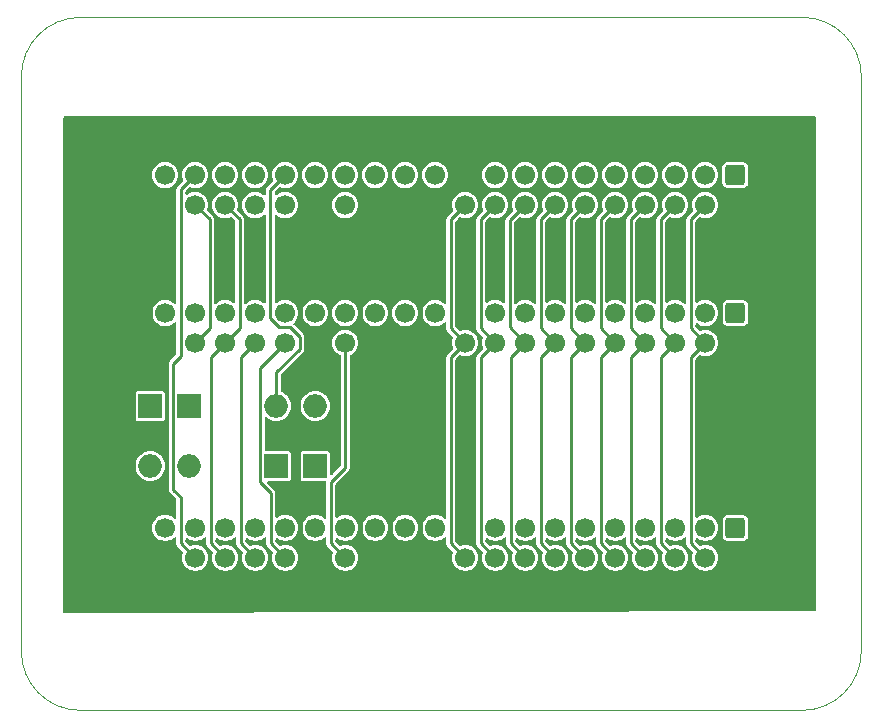
<source format=gbr>
G04 #@! TF.GenerationSoftware,KiCad,Pcbnew,8.0.4*
G04 #@! TF.CreationDate,2024-09-28T14:18:14+10:00*
G04 #@! TF.ProjectId,Amiga_4000_4IDE,416d6967-615f-4343-9030-305f34494445,rev?*
G04 #@! TF.SameCoordinates,Original*
G04 #@! TF.FileFunction,Copper,L2,Bot*
G04 #@! TF.FilePolarity,Positive*
%FSLAX46Y46*%
G04 Gerber Fmt 4.6, Leading zero omitted, Abs format (unit mm)*
G04 Created by KiCad (PCBNEW 8.0.4) date 2024-09-28 14:18:14*
%MOMM*%
%LPD*%
G01*
G04 APERTURE LIST*
G04 Aperture macros list*
%AMRoundRect*
0 Rectangle with rounded corners*
0 $1 Rounding radius*
0 $2 $3 $4 $5 $6 $7 $8 $9 X,Y pos of 4 corners*
0 Add a 4 corners polygon primitive as box body*
4,1,4,$2,$3,$4,$5,$6,$7,$8,$9,$2,$3,0*
0 Add four circle primitives for the rounded corners*
1,1,$1+$1,$2,$3*
1,1,$1+$1,$4,$5*
1,1,$1+$1,$6,$7*
1,1,$1+$1,$8,$9*
0 Add four rect primitives between the rounded corners*
20,1,$1+$1,$2,$3,$4,$5,0*
20,1,$1+$1,$4,$5,$6,$7,0*
20,1,$1+$1,$6,$7,$8,$9,0*
20,1,$1+$1,$8,$9,$2,$3,0*%
G04 Aperture macros list end*
G04 #@! TA.AperFunction,ComponentPad*
%ADD10R,2.000000X2.000000*%
G04 #@! TD*
G04 #@! TA.AperFunction,ComponentPad*
%ADD11O,2.000000X2.000000*%
G04 #@! TD*
G04 #@! TA.AperFunction,ComponentPad*
%ADD12RoundRect,0.250000X-0.600000X0.600000X-0.600000X-0.600000X0.600000X-0.600000X0.600000X0.600000X0*%
G04 #@! TD*
G04 #@! TA.AperFunction,ComponentPad*
%ADD13C,1.700000*%
G04 #@! TD*
G04 #@! TA.AperFunction,Conductor*
%ADD14C,0.250000*%
G04 #@! TD*
G04 #@! TA.AperFunction,Profile*
%ADD15C,0.050000*%
G04 #@! TD*
G04 APERTURE END LIST*
D10*
X106934000Y-86750000D03*
D11*
X106934000Y-91830000D03*
D10*
X103632000Y-86750000D03*
D11*
X103632000Y-91830000D03*
D10*
X117602000Y-91830000D03*
D11*
X117602000Y-86750000D03*
D12*
X153162000Y-78876000D03*
D13*
X153162000Y-81416000D03*
X150622000Y-78876000D03*
X150622000Y-81416000D03*
X148082000Y-78876000D03*
X148082000Y-81416000D03*
X145542000Y-78876000D03*
X145542000Y-81416000D03*
X143002000Y-78876000D03*
X143002000Y-81416000D03*
X140462000Y-78876000D03*
X140462000Y-81416000D03*
X137922000Y-78876000D03*
X137922000Y-81416000D03*
X135382000Y-78876000D03*
X135382000Y-81416000D03*
X132842000Y-78876000D03*
X132842000Y-81416000D03*
X130302000Y-78876000D03*
X130302000Y-81416000D03*
X127762000Y-78876000D03*
X127762000Y-81416000D03*
X125222000Y-78876000D03*
X125222000Y-81416000D03*
X122682000Y-78876000D03*
X122682000Y-81416000D03*
X120142000Y-78876000D03*
X120142000Y-81416000D03*
X117602000Y-78876000D03*
X117602000Y-81416000D03*
X115062000Y-78876000D03*
X115062000Y-81416000D03*
X112522000Y-78876000D03*
X112522000Y-81416000D03*
X109982000Y-78876000D03*
X109982000Y-81416000D03*
X107442000Y-78876000D03*
X107442000Y-81416000D03*
X104902000Y-78876000D03*
X104902000Y-81416000D03*
D12*
X153162000Y-97070000D03*
D13*
X153162000Y-99610000D03*
X150622000Y-97070000D03*
X150622000Y-99610000D03*
X148082000Y-97070000D03*
X148082000Y-99610000D03*
X145542000Y-97070000D03*
X145542000Y-99610000D03*
X143002000Y-97070000D03*
X143002000Y-99610000D03*
X140462000Y-97070000D03*
X140462000Y-99610000D03*
X137922000Y-97070000D03*
X137922000Y-99610000D03*
X135382000Y-97070000D03*
X135382000Y-99610000D03*
X132842000Y-97070000D03*
X132842000Y-99610000D03*
X130302000Y-97070000D03*
X130302000Y-99610000D03*
X127762000Y-97070000D03*
X127762000Y-99610000D03*
X125222000Y-97070000D03*
X125222000Y-99610000D03*
X122682000Y-97070000D03*
X122682000Y-99610000D03*
X120142000Y-97070000D03*
X120142000Y-99610000D03*
X117602000Y-97070000D03*
X117602000Y-99610000D03*
X115062000Y-97070000D03*
X115062000Y-99610000D03*
X112522000Y-97070000D03*
X112522000Y-99610000D03*
X109982000Y-97070000D03*
X109982000Y-99610000D03*
X107442000Y-97070000D03*
X107442000Y-99610000D03*
X104902000Y-97070000D03*
X104902000Y-99610000D03*
D12*
X153162000Y-67192000D03*
D13*
X153162000Y-69732000D03*
X150622000Y-67192000D03*
X150622000Y-69732000D03*
X148082000Y-67192000D03*
X148082000Y-69732000D03*
X145542000Y-67192000D03*
X145542000Y-69732000D03*
X143002000Y-67192000D03*
X143002000Y-69732000D03*
X140462000Y-67192000D03*
X140462000Y-69732000D03*
X137922000Y-67192000D03*
X137922000Y-69732000D03*
X135382000Y-67192000D03*
X135382000Y-69732000D03*
X132842000Y-67192000D03*
X132842000Y-69732000D03*
X130302000Y-67192000D03*
X130302000Y-69732000D03*
X127762000Y-67192000D03*
X127762000Y-69732000D03*
X125222000Y-67192000D03*
X125222000Y-69732000D03*
X122682000Y-67192000D03*
X122682000Y-69732000D03*
X120142000Y-67192000D03*
X120142000Y-69732000D03*
X117602000Y-67192000D03*
X117602000Y-69732000D03*
X115062000Y-67192000D03*
X115062000Y-69732000D03*
X112522000Y-67192000D03*
X112522000Y-69732000D03*
X109982000Y-67192000D03*
X109982000Y-69732000D03*
X107442000Y-67192000D03*
X107442000Y-69732000D03*
X104902000Y-67192000D03*
X104902000Y-69732000D03*
D10*
X114300000Y-91830000D03*
D11*
X114300000Y-86750000D03*
D14*
X114300000Y-83910412D02*
X116287000Y-81923412D01*
X114554588Y-80101000D02*
X113792000Y-79338412D01*
X116287000Y-80908588D02*
X115479412Y-80101000D01*
X116287000Y-81923412D02*
X116287000Y-80908588D01*
X113792000Y-79338412D02*
X113792000Y-68462000D01*
X115479412Y-80101000D02*
X114554588Y-80101000D01*
X114300000Y-86750000D02*
X114300000Y-83910412D01*
X113792000Y-68462000D02*
X115062000Y-67192000D01*
X136697000Y-80191000D02*
X136697000Y-70957000D01*
X137922000Y-99610000D02*
X136697000Y-98385000D01*
X136697000Y-98385000D02*
X136697000Y-82641000D01*
X136697000Y-82641000D02*
X137922000Y-81416000D01*
X136697000Y-70957000D02*
X137922000Y-69732000D01*
X137922000Y-81416000D02*
X136697000Y-80191000D01*
X123997000Y-82641000D02*
X125222000Y-81416000D01*
X116377000Y-94938000D02*
X116227000Y-94788000D01*
X116227000Y-94788000D02*
X116227000Y-82791000D01*
X117602000Y-99610000D02*
X116377000Y-98385000D01*
X121457000Y-80191000D02*
X121457000Y-70957000D01*
X153162000Y-99610000D02*
X151937000Y-98385000D01*
X151937000Y-80191000D02*
X151937000Y-70957000D01*
X122682000Y-99610000D02*
X121457000Y-98385000D01*
X121457000Y-98385000D02*
X121457000Y-82641000D01*
X126537000Y-70957000D02*
X127762000Y-69732000D01*
X123997000Y-98385000D02*
X123997000Y-82641000D01*
X117602000Y-81416000D02*
X116377000Y-80191000D01*
X123907000Y-80101000D02*
X123907000Y-71047000D01*
X122682000Y-81416000D02*
X121457000Y-80191000D01*
X125222000Y-81416000D02*
X123907000Y-80101000D01*
X151937000Y-70957000D02*
X153162000Y-69732000D01*
X127762000Y-81416000D02*
X126537000Y-80191000D01*
X102257000Y-96965000D02*
X102257000Y-84061000D01*
X126537000Y-82641000D02*
X127762000Y-81416000D01*
X126537000Y-80191000D02*
X126537000Y-70957000D01*
X151937000Y-82641000D02*
X153162000Y-81416000D01*
X104902000Y-81416000D02*
X103677000Y-80191000D01*
X116377000Y-98385000D02*
X116377000Y-94938000D01*
X151937000Y-98385000D02*
X151937000Y-82641000D01*
X153162000Y-81416000D02*
X151937000Y-80191000D01*
X102257000Y-84061000D02*
X104902000Y-81416000D01*
X103677000Y-80191000D02*
X103677000Y-70957000D01*
X103677000Y-70957000D02*
X104902000Y-69732000D01*
X126537000Y-98385000D02*
X126537000Y-82641000D01*
X116377000Y-80191000D02*
X116377000Y-70957000D01*
X127762000Y-99610000D02*
X126537000Y-98385000D01*
X123907000Y-71047000D02*
X125222000Y-69732000D01*
X121457000Y-82641000D02*
X122682000Y-81416000D01*
X121457000Y-70957000D02*
X122682000Y-69732000D01*
X116377000Y-70957000D02*
X117602000Y-69732000D01*
X116227000Y-82791000D02*
X117602000Y-81416000D01*
X125222000Y-99610000D02*
X123997000Y-98385000D01*
X104902000Y-99610000D02*
X102257000Y-96965000D01*
X139237000Y-70957000D02*
X140462000Y-69732000D01*
X139237000Y-98385000D02*
X139237000Y-82641000D01*
X139237000Y-80191000D02*
X139237000Y-70957000D01*
X140462000Y-81416000D02*
X139237000Y-80191000D01*
X139237000Y-82641000D02*
X140462000Y-81416000D01*
X140462000Y-99610000D02*
X139237000Y-98385000D01*
X108667000Y-70957000D02*
X108667000Y-80191000D01*
X107442000Y-69732000D02*
X108667000Y-70957000D01*
X108667000Y-80191000D02*
X107442000Y-81416000D01*
X120142000Y-99610000D02*
X118917000Y-98385000D01*
X118917000Y-93205000D02*
X120142000Y-91980000D01*
X118917000Y-98385000D02*
X118917000Y-93205000D01*
X120142000Y-91980000D02*
X120142000Y-81416000D01*
X144317000Y-82641000D02*
X145542000Y-81416000D01*
X144317000Y-70957000D02*
X145542000Y-69732000D01*
X145542000Y-99610000D02*
X144317000Y-98385000D01*
X144317000Y-80191000D02*
X144317000Y-70957000D01*
X144317000Y-98385000D02*
X144317000Y-82641000D01*
X145542000Y-81416000D02*
X144317000Y-80191000D01*
X130302000Y-99610000D02*
X129077000Y-98385000D01*
X129077000Y-98385000D02*
X129077000Y-82641000D01*
X130302000Y-81416000D02*
X129077000Y-80191000D01*
X129077000Y-80191000D02*
X129077000Y-70957000D01*
X129077000Y-82641000D02*
X130302000Y-81416000D01*
X129077000Y-70957000D02*
X130302000Y-69732000D01*
X109982000Y-69732000D02*
X111207000Y-70957000D01*
X111207000Y-70957000D02*
X111207000Y-80191000D01*
X108757000Y-82641000D02*
X109982000Y-81416000D01*
X109982000Y-99610000D02*
X108757000Y-98385000D01*
X108757000Y-98385000D02*
X108757000Y-82641000D01*
X111207000Y-80191000D02*
X109982000Y-81416000D01*
X146857000Y-80191000D02*
X146857000Y-70957000D01*
X146857000Y-98385000D02*
X146857000Y-82641000D01*
X148082000Y-99610000D02*
X146857000Y-98385000D01*
X146857000Y-82641000D02*
X148082000Y-81416000D01*
X146857000Y-70957000D02*
X148082000Y-69732000D01*
X148082000Y-81416000D02*
X146857000Y-80191000D01*
X106217000Y-94491544D02*
X105559000Y-93833544D01*
X106217000Y-82505000D02*
X106217000Y-68417000D01*
X106217000Y-98385000D02*
X106217000Y-94491544D01*
X106217000Y-68417000D02*
X107442000Y-67192000D01*
X105559000Y-93833544D02*
X105559000Y-83163000D01*
X107442000Y-99610000D02*
X106217000Y-98385000D01*
X105559000Y-83163000D02*
X106217000Y-82505000D01*
X134157000Y-98385000D02*
X134157000Y-82641000D01*
X134067000Y-80101000D02*
X134067000Y-71047000D01*
X135382000Y-99610000D02*
X134157000Y-98385000D01*
X135382000Y-81416000D02*
X134067000Y-80101000D01*
X134157000Y-82641000D02*
X135382000Y-81416000D01*
X134067000Y-71047000D02*
X135382000Y-69732000D01*
X111297000Y-82641000D02*
X112522000Y-81416000D01*
X111297000Y-98385000D02*
X111297000Y-82641000D01*
X112522000Y-99610000D02*
X111297000Y-98385000D01*
X132842000Y-99610000D02*
X131617000Y-98385000D01*
X132842000Y-81416000D02*
X131617000Y-80191000D01*
X131617000Y-80191000D02*
X131617000Y-70957000D01*
X131617000Y-82641000D02*
X132842000Y-81416000D01*
X131617000Y-70957000D02*
X132842000Y-69732000D01*
X131617000Y-98385000D02*
X131617000Y-82641000D01*
X141777000Y-82641000D02*
X143002000Y-81416000D01*
X143002000Y-81416000D02*
X141777000Y-80191000D01*
X141777000Y-80191000D02*
X141777000Y-70957000D01*
X141777000Y-98385000D02*
X141777000Y-82641000D01*
X143002000Y-99610000D02*
X141777000Y-98385000D01*
X141777000Y-70957000D02*
X143002000Y-69732000D01*
X113837000Y-98385000D02*
X113837000Y-94117000D01*
X113837000Y-94117000D02*
X112925000Y-93205000D01*
X112925000Y-83553000D02*
X115062000Y-81416000D01*
X115062000Y-99610000D02*
X113837000Y-98385000D01*
X112925000Y-93205000D02*
X112925000Y-83553000D01*
X150622000Y-81416000D02*
X149397000Y-80191000D01*
X149397000Y-98385000D02*
X149397000Y-82641000D01*
X149397000Y-82641000D02*
X150622000Y-81416000D01*
X149397000Y-80191000D02*
X149397000Y-70957000D01*
X150622000Y-99610000D02*
X149397000Y-98385000D01*
X149397000Y-70957000D02*
X150622000Y-69732000D01*
G04 #@! TA.AperFunction,Conductor*
G36*
X159963039Y-62249685D02*
G01*
X160008794Y-62302489D01*
X160020000Y-62354000D01*
X160020000Y-104016263D01*
X160000315Y-104083302D01*
X159947511Y-104129057D01*
X159896265Y-104140263D01*
X96390265Y-104275734D01*
X96323183Y-104256192D01*
X96277316Y-104203486D01*
X96266000Y-104151734D01*
X96266000Y-91829997D01*
X102376723Y-91829997D01*
X102376723Y-91830002D01*
X102395793Y-92047975D01*
X102395793Y-92047979D01*
X102452422Y-92259322D01*
X102452424Y-92259326D01*
X102452425Y-92259330D01*
X102498661Y-92358484D01*
X102544897Y-92457638D01*
X102544898Y-92457639D01*
X102670402Y-92636877D01*
X102825123Y-92791598D01*
X103004361Y-92917102D01*
X103202670Y-93009575D01*
X103414023Y-93066207D01*
X103596926Y-93082208D01*
X103631998Y-93085277D01*
X103632000Y-93085277D01*
X103632002Y-93085277D01*
X103660254Y-93082805D01*
X103849977Y-93066207D01*
X104061330Y-93009575D01*
X104259639Y-92917102D01*
X104438877Y-92791598D01*
X104593598Y-92636877D01*
X104719102Y-92457639D01*
X104811575Y-92259330D01*
X104868207Y-92047977D01*
X104887277Y-91830000D01*
X104868207Y-91612023D01*
X104833548Y-91482675D01*
X104811577Y-91400677D01*
X104811576Y-91400676D01*
X104811575Y-91400670D01*
X104719102Y-91202362D01*
X104719100Y-91202359D01*
X104719099Y-91202357D01*
X104593599Y-91023124D01*
X104593596Y-91023121D01*
X104438877Y-90868402D01*
X104300978Y-90771844D01*
X104259638Y-90742897D01*
X104160484Y-90696661D01*
X104061330Y-90650425D01*
X104061326Y-90650424D01*
X104061322Y-90650422D01*
X103849977Y-90593793D01*
X103632002Y-90574723D01*
X103631998Y-90574723D01*
X103486682Y-90587436D01*
X103414023Y-90593793D01*
X103414020Y-90593793D01*
X103202677Y-90650422D01*
X103202668Y-90650426D01*
X103004361Y-90742898D01*
X103004357Y-90742900D01*
X102825121Y-90868402D01*
X102670402Y-91023121D01*
X102544900Y-91202357D01*
X102544898Y-91202361D01*
X102452426Y-91400668D01*
X102452422Y-91400677D01*
X102395793Y-91612020D01*
X102395793Y-91612024D01*
X102376723Y-91829997D01*
X96266000Y-91829997D01*
X96266000Y-85725321D01*
X102381500Y-85725321D01*
X102381500Y-87774678D01*
X102396032Y-87847735D01*
X102396033Y-87847739D01*
X102396034Y-87847740D01*
X102451399Y-87930601D01*
X102534260Y-87985966D01*
X102534264Y-87985967D01*
X102607321Y-88000499D01*
X102607324Y-88000500D01*
X102607326Y-88000500D01*
X104656676Y-88000500D01*
X104656677Y-88000499D01*
X104729740Y-87985966D01*
X104812601Y-87930601D01*
X104867966Y-87847740D01*
X104882500Y-87774674D01*
X104882500Y-85725326D01*
X104882500Y-85725323D01*
X104882499Y-85725321D01*
X104867967Y-85652264D01*
X104867966Y-85652260D01*
X104812601Y-85569399D01*
X104729740Y-85514034D01*
X104729739Y-85514033D01*
X104729735Y-85514032D01*
X104656677Y-85499500D01*
X104656674Y-85499500D01*
X102607326Y-85499500D01*
X102607323Y-85499500D01*
X102534264Y-85514032D01*
X102534260Y-85514033D01*
X102451399Y-85569399D01*
X102396033Y-85652260D01*
X102396032Y-85652264D01*
X102381500Y-85725321D01*
X96266000Y-85725321D01*
X96266000Y-78875999D01*
X103796785Y-78875999D01*
X103796785Y-78876000D01*
X103815602Y-79079082D01*
X103871417Y-79275247D01*
X103871422Y-79275260D01*
X103962327Y-79457821D01*
X104085237Y-79620581D01*
X104235958Y-79757980D01*
X104235960Y-79757982D01*
X104331910Y-79817391D01*
X104409363Y-79865348D01*
X104599544Y-79939024D01*
X104800024Y-79976500D01*
X104800026Y-79976500D01*
X105003974Y-79976500D01*
X105003976Y-79976500D01*
X105204456Y-79939024D01*
X105394637Y-79865348D01*
X105568041Y-79757981D01*
X105633963Y-79697884D01*
X105696765Y-79667269D01*
X105766153Y-79675466D01*
X105820093Y-79719876D01*
X105841461Y-79786398D01*
X105841500Y-79789523D01*
X105841500Y-82298101D01*
X105821815Y-82365140D01*
X105805181Y-82385782D01*
X105258526Y-82932436D01*
X105209091Y-83018059D01*
X105209091Y-83018060D01*
X105209090Y-83018062D01*
X105183500Y-83113565D01*
X105183500Y-83113567D01*
X105183500Y-93882983D01*
X105184428Y-93886443D01*
X105184431Y-93886452D01*
X105209090Y-93978483D01*
X105209091Y-93978484D01*
X105258526Y-94064107D01*
X105805181Y-94610762D01*
X105838666Y-94672085D01*
X105841500Y-94698443D01*
X105841500Y-96156476D01*
X105821815Y-96223515D01*
X105769011Y-96269270D01*
X105699853Y-96279214D01*
X105636297Y-96250189D01*
X105633962Y-96248113D01*
X105568042Y-96188019D01*
X105568039Y-96188017D01*
X105394642Y-96080655D01*
X105394635Y-96080651D01*
X105299546Y-96043814D01*
X105204456Y-96006976D01*
X105003976Y-95969500D01*
X104800024Y-95969500D01*
X104599544Y-96006976D01*
X104599541Y-96006976D01*
X104599541Y-96006977D01*
X104409364Y-96080651D01*
X104409357Y-96080655D01*
X104235960Y-96188017D01*
X104235958Y-96188019D01*
X104085237Y-96325418D01*
X103962327Y-96488178D01*
X103871422Y-96670739D01*
X103871417Y-96670752D01*
X103815602Y-96866917D01*
X103796785Y-97069999D01*
X103796785Y-97070000D01*
X103815602Y-97273082D01*
X103871417Y-97469247D01*
X103871422Y-97469260D01*
X103962327Y-97651821D01*
X104085237Y-97814581D01*
X104235958Y-97951980D01*
X104235960Y-97951982D01*
X104235962Y-97951983D01*
X104409363Y-98059348D01*
X104599544Y-98133024D01*
X104800024Y-98170500D01*
X104800026Y-98170500D01*
X105003974Y-98170500D01*
X105003976Y-98170500D01*
X105204456Y-98133024D01*
X105394637Y-98059348D01*
X105568041Y-97951981D01*
X105633963Y-97891884D01*
X105696765Y-97861269D01*
X105766153Y-97869466D01*
X105820093Y-97913876D01*
X105841461Y-97980398D01*
X105841500Y-97983523D01*
X105841500Y-98434435D01*
X105861614Y-98509500D01*
X105867091Y-98529941D01*
X105876925Y-98546973D01*
X105876927Y-98546976D01*
X105916526Y-98615563D01*
X105916528Y-98615565D01*
X106382289Y-99081326D01*
X106415774Y-99142649D01*
X106411331Y-99204765D01*
X106412986Y-99205236D01*
X106355603Y-99406915D01*
X106355602Y-99406917D01*
X106336785Y-99609999D01*
X106336785Y-99610000D01*
X106355602Y-99813082D01*
X106411417Y-100009247D01*
X106411422Y-100009260D01*
X106502327Y-100191821D01*
X106625237Y-100354581D01*
X106775958Y-100491980D01*
X106775960Y-100491982D01*
X106875141Y-100553392D01*
X106949363Y-100599348D01*
X107139544Y-100673024D01*
X107340024Y-100710500D01*
X107340026Y-100710500D01*
X107543974Y-100710500D01*
X107543976Y-100710500D01*
X107744456Y-100673024D01*
X107934637Y-100599348D01*
X108108041Y-100491981D01*
X108258764Y-100354579D01*
X108381673Y-100191821D01*
X108472582Y-100009250D01*
X108528397Y-99813083D01*
X108547215Y-99610000D01*
X108528397Y-99406917D01*
X108472582Y-99210750D01*
X108469836Y-99205236D01*
X108408137Y-99081326D01*
X108381673Y-99028179D01*
X108258764Y-98865421D01*
X108258762Y-98865418D01*
X108108041Y-98728019D01*
X108108039Y-98728017D01*
X107934642Y-98620655D01*
X107934635Y-98620651D01*
X107834552Y-98581879D01*
X107744456Y-98546976D01*
X107543976Y-98509500D01*
X107340024Y-98509500D01*
X107253801Y-98525617D01*
X107139536Y-98546977D01*
X107049443Y-98581879D01*
X106979820Y-98587740D01*
X106918080Y-98555030D01*
X106916970Y-98553933D01*
X106628819Y-98265782D01*
X106595334Y-98204459D01*
X106592500Y-98178101D01*
X106592500Y-98061010D01*
X106612185Y-97993971D01*
X106664989Y-97948216D01*
X106734147Y-97938272D01*
X106781774Y-97955581D01*
X106949363Y-98059348D01*
X107139544Y-98133024D01*
X107340024Y-98170500D01*
X107340026Y-98170500D01*
X107543974Y-98170500D01*
X107543976Y-98170500D01*
X107744456Y-98133024D01*
X107934637Y-98059348D01*
X108108041Y-97951981D01*
X108173963Y-97891884D01*
X108236765Y-97861269D01*
X108306153Y-97869466D01*
X108360093Y-97913876D01*
X108381461Y-97980398D01*
X108381500Y-97983523D01*
X108381500Y-98434435D01*
X108401614Y-98509500D01*
X108407091Y-98529941D01*
X108416925Y-98546973D01*
X108416927Y-98546976D01*
X108456526Y-98615563D01*
X108456528Y-98615565D01*
X108922289Y-99081326D01*
X108955774Y-99142649D01*
X108951331Y-99204765D01*
X108952986Y-99205236D01*
X108895603Y-99406915D01*
X108895602Y-99406917D01*
X108876785Y-99609999D01*
X108876785Y-99610000D01*
X108895602Y-99813082D01*
X108951417Y-100009247D01*
X108951422Y-100009260D01*
X109042327Y-100191821D01*
X109165237Y-100354581D01*
X109315958Y-100491980D01*
X109315960Y-100491982D01*
X109415141Y-100553392D01*
X109489363Y-100599348D01*
X109679544Y-100673024D01*
X109880024Y-100710500D01*
X109880026Y-100710500D01*
X110083974Y-100710500D01*
X110083976Y-100710500D01*
X110284456Y-100673024D01*
X110474637Y-100599348D01*
X110648041Y-100491981D01*
X110798764Y-100354579D01*
X110921673Y-100191821D01*
X111012582Y-100009250D01*
X111068397Y-99813083D01*
X111087215Y-99610000D01*
X111068397Y-99406917D01*
X111012582Y-99210750D01*
X111009836Y-99205236D01*
X110948137Y-99081326D01*
X110921673Y-99028179D01*
X110798764Y-98865421D01*
X110798762Y-98865418D01*
X110648041Y-98728019D01*
X110648039Y-98728017D01*
X110474642Y-98620655D01*
X110474635Y-98620651D01*
X110374552Y-98581879D01*
X110284456Y-98546976D01*
X110083976Y-98509500D01*
X109880024Y-98509500D01*
X109793801Y-98525617D01*
X109679536Y-98546977D01*
X109589443Y-98581879D01*
X109519820Y-98587740D01*
X109458080Y-98555030D01*
X109456970Y-98553933D01*
X109168819Y-98265782D01*
X109135334Y-98204459D01*
X109132500Y-98178101D01*
X109132500Y-98061010D01*
X109152185Y-97993971D01*
X109204989Y-97948216D01*
X109274147Y-97938272D01*
X109321774Y-97955581D01*
X109489363Y-98059348D01*
X109679544Y-98133024D01*
X109880024Y-98170500D01*
X109880026Y-98170500D01*
X110083974Y-98170500D01*
X110083976Y-98170500D01*
X110284456Y-98133024D01*
X110474637Y-98059348D01*
X110648041Y-97951981D01*
X110713963Y-97891884D01*
X110776765Y-97861269D01*
X110846153Y-97869466D01*
X110900093Y-97913876D01*
X110921461Y-97980398D01*
X110921500Y-97983523D01*
X110921500Y-98434435D01*
X110941614Y-98509500D01*
X110947091Y-98529941D01*
X110956925Y-98546973D01*
X110956927Y-98546976D01*
X110996526Y-98615563D01*
X110996528Y-98615565D01*
X111462289Y-99081326D01*
X111495774Y-99142649D01*
X111491331Y-99204765D01*
X111492986Y-99205236D01*
X111435603Y-99406915D01*
X111435602Y-99406917D01*
X111416785Y-99609999D01*
X111416785Y-99610000D01*
X111435602Y-99813082D01*
X111491417Y-100009247D01*
X111491422Y-100009260D01*
X111582327Y-100191821D01*
X111705237Y-100354581D01*
X111855958Y-100491980D01*
X111855960Y-100491982D01*
X111955141Y-100553392D01*
X112029363Y-100599348D01*
X112219544Y-100673024D01*
X112420024Y-100710500D01*
X112420026Y-100710500D01*
X112623974Y-100710500D01*
X112623976Y-100710500D01*
X112824456Y-100673024D01*
X113014637Y-100599348D01*
X113188041Y-100491981D01*
X113338764Y-100354579D01*
X113461673Y-100191821D01*
X113552582Y-100009250D01*
X113608397Y-99813083D01*
X113627215Y-99610000D01*
X113608397Y-99406917D01*
X113552582Y-99210750D01*
X113549836Y-99205236D01*
X113488137Y-99081326D01*
X113461673Y-99028179D01*
X113338764Y-98865421D01*
X113338762Y-98865418D01*
X113188041Y-98728019D01*
X113188039Y-98728017D01*
X113014642Y-98620655D01*
X113014635Y-98620651D01*
X112914552Y-98581879D01*
X112824456Y-98546976D01*
X112623976Y-98509500D01*
X112420024Y-98509500D01*
X112333801Y-98525617D01*
X112219536Y-98546977D01*
X112129443Y-98581879D01*
X112059820Y-98587740D01*
X111998080Y-98555030D01*
X111996970Y-98553933D01*
X111708819Y-98265782D01*
X111675334Y-98204459D01*
X111672500Y-98178101D01*
X111672500Y-98061010D01*
X111692185Y-97993971D01*
X111744989Y-97948216D01*
X111814147Y-97938272D01*
X111861774Y-97955581D01*
X112029363Y-98059348D01*
X112219544Y-98133024D01*
X112420024Y-98170500D01*
X112420026Y-98170500D01*
X112623974Y-98170500D01*
X112623976Y-98170500D01*
X112824456Y-98133024D01*
X113014637Y-98059348D01*
X113188041Y-97951981D01*
X113253963Y-97891884D01*
X113316765Y-97861269D01*
X113386153Y-97869466D01*
X113440093Y-97913876D01*
X113461461Y-97980398D01*
X113461500Y-97983523D01*
X113461500Y-98434435D01*
X113481614Y-98509500D01*
X113487091Y-98529941D01*
X113496925Y-98546973D01*
X113496927Y-98546976D01*
X113536526Y-98615563D01*
X113536528Y-98615565D01*
X114002289Y-99081326D01*
X114035774Y-99142649D01*
X114031331Y-99204765D01*
X114032986Y-99205236D01*
X113975603Y-99406915D01*
X113975602Y-99406917D01*
X113956785Y-99609999D01*
X113956785Y-99610000D01*
X113975602Y-99813082D01*
X114031417Y-100009247D01*
X114031422Y-100009260D01*
X114122327Y-100191821D01*
X114245237Y-100354581D01*
X114395958Y-100491980D01*
X114395960Y-100491982D01*
X114495141Y-100553392D01*
X114569363Y-100599348D01*
X114759544Y-100673024D01*
X114960024Y-100710500D01*
X114960026Y-100710500D01*
X115163974Y-100710500D01*
X115163976Y-100710500D01*
X115364456Y-100673024D01*
X115554637Y-100599348D01*
X115728041Y-100491981D01*
X115878764Y-100354579D01*
X116001673Y-100191821D01*
X116092582Y-100009250D01*
X116148397Y-99813083D01*
X116167215Y-99610000D01*
X116148397Y-99406917D01*
X116092582Y-99210750D01*
X116089836Y-99205236D01*
X116028137Y-99081326D01*
X116001673Y-99028179D01*
X115878764Y-98865421D01*
X115878762Y-98865418D01*
X115728041Y-98728019D01*
X115728039Y-98728017D01*
X115554642Y-98620655D01*
X115554635Y-98620651D01*
X115454552Y-98581879D01*
X115364456Y-98546976D01*
X115163976Y-98509500D01*
X114960024Y-98509500D01*
X114873801Y-98525617D01*
X114759536Y-98546977D01*
X114669443Y-98581879D01*
X114599820Y-98587740D01*
X114538080Y-98555030D01*
X114536970Y-98553933D01*
X114248819Y-98265782D01*
X114215334Y-98204459D01*
X114212500Y-98178101D01*
X114212500Y-98061010D01*
X114232185Y-97993971D01*
X114284989Y-97948216D01*
X114354147Y-97938272D01*
X114401774Y-97955581D01*
X114569363Y-98059348D01*
X114759544Y-98133024D01*
X114960024Y-98170500D01*
X114960026Y-98170500D01*
X115163974Y-98170500D01*
X115163976Y-98170500D01*
X115364456Y-98133024D01*
X115554637Y-98059348D01*
X115728041Y-97951981D01*
X115878764Y-97814579D01*
X116001673Y-97651821D01*
X116092582Y-97469250D01*
X116148397Y-97273083D01*
X116167215Y-97070000D01*
X116148397Y-96866917D01*
X116092582Y-96670750D01*
X116001673Y-96488179D01*
X115878764Y-96325421D01*
X115878762Y-96325418D01*
X115728041Y-96188019D01*
X115728039Y-96188017D01*
X115554642Y-96080655D01*
X115554635Y-96080651D01*
X115459546Y-96043814D01*
X115364456Y-96006976D01*
X115163976Y-95969500D01*
X114960024Y-95969500D01*
X114759544Y-96006976D01*
X114759541Y-96006976D01*
X114759541Y-96006977D01*
X114569364Y-96080651D01*
X114569357Y-96080655D01*
X114401777Y-96184416D01*
X114334417Y-96202971D01*
X114267717Y-96182163D01*
X114222856Y-96128598D01*
X114212500Y-96078989D01*
X114212500Y-94067566D01*
X114212500Y-94067565D01*
X114212500Y-94067564D01*
X114186911Y-93972063D01*
X114137484Y-93886452D01*
X114137477Y-93886440D01*
X114137476Y-93886438D01*
X114137475Y-93886437D01*
X113543217Y-93292180D01*
X113509733Y-93230858D01*
X113514717Y-93161167D01*
X113556588Y-93105233D01*
X113622053Y-93080816D01*
X113630899Y-93080500D01*
X115324676Y-93080500D01*
X115324677Y-93080499D01*
X115397740Y-93065966D01*
X115480601Y-93010601D01*
X115535966Y-92927740D01*
X115550500Y-92854674D01*
X115550500Y-90805326D01*
X115550500Y-90805323D01*
X115550499Y-90805321D01*
X116351500Y-90805321D01*
X116351500Y-92854678D01*
X116366032Y-92927735D01*
X116366033Y-92927739D01*
X116366034Y-92927740D01*
X116421399Y-93010601D01*
X116504260Y-93065966D01*
X116504264Y-93065967D01*
X116577321Y-93080499D01*
X116577324Y-93080500D01*
X116577326Y-93080500D01*
X118417500Y-93080500D01*
X118484539Y-93100185D01*
X118530294Y-93152989D01*
X118541500Y-93204500D01*
X118541500Y-96156476D01*
X118521815Y-96223515D01*
X118469011Y-96269270D01*
X118399853Y-96279214D01*
X118336297Y-96250189D01*
X118333962Y-96248113D01*
X118268042Y-96188019D01*
X118268039Y-96188017D01*
X118094642Y-96080655D01*
X118094635Y-96080651D01*
X117999546Y-96043814D01*
X117904456Y-96006976D01*
X117703976Y-95969500D01*
X117500024Y-95969500D01*
X117299544Y-96006976D01*
X117299541Y-96006976D01*
X117299541Y-96006977D01*
X117109364Y-96080651D01*
X117109357Y-96080655D01*
X116935960Y-96188017D01*
X116935958Y-96188019D01*
X116785237Y-96325418D01*
X116662327Y-96488178D01*
X116571422Y-96670739D01*
X116571417Y-96670752D01*
X116515602Y-96866917D01*
X116496785Y-97069999D01*
X116496785Y-97070000D01*
X116515602Y-97273082D01*
X116571417Y-97469247D01*
X116571422Y-97469260D01*
X116662327Y-97651821D01*
X116785237Y-97814581D01*
X116935958Y-97951980D01*
X116935960Y-97951982D01*
X116935962Y-97951983D01*
X117109363Y-98059348D01*
X117299544Y-98133024D01*
X117500024Y-98170500D01*
X117500026Y-98170500D01*
X117703974Y-98170500D01*
X117703976Y-98170500D01*
X117904456Y-98133024D01*
X118094637Y-98059348D01*
X118268041Y-97951981D01*
X118333963Y-97891884D01*
X118396765Y-97861269D01*
X118466153Y-97869466D01*
X118520093Y-97913876D01*
X118541461Y-97980398D01*
X118541500Y-97983523D01*
X118541500Y-98434435D01*
X118561614Y-98509500D01*
X118567091Y-98529941D01*
X118576925Y-98546973D01*
X118576927Y-98546976D01*
X118616526Y-98615563D01*
X118616528Y-98615565D01*
X119082289Y-99081326D01*
X119115774Y-99142649D01*
X119111331Y-99204765D01*
X119112986Y-99205236D01*
X119055603Y-99406915D01*
X119055602Y-99406917D01*
X119036785Y-99609999D01*
X119036785Y-99610000D01*
X119055602Y-99813082D01*
X119111417Y-100009247D01*
X119111422Y-100009260D01*
X119202327Y-100191821D01*
X119325237Y-100354581D01*
X119475958Y-100491980D01*
X119475960Y-100491982D01*
X119575141Y-100553392D01*
X119649363Y-100599348D01*
X119839544Y-100673024D01*
X120040024Y-100710500D01*
X120040026Y-100710500D01*
X120243974Y-100710500D01*
X120243976Y-100710500D01*
X120444456Y-100673024D01*
X120634637Y-100599348D01*
X120808041Y-100491981D01*
X120958764Y-100354579D01*
X121081673Y-100191821D01*
X121172582Y-100009250D01*
X121228397Y-99813083D01*
X121247215Y-99610000D01*
X121228397Y-99406917D01*
X121172582Y-99210750D01*
X121169836Y-99205236D01*
X121108137Y-99081326D01*
X121081673Y-99028179D01*
X120958764Y-98865421D01*
X120958762Y-98865418D01*
X120808041Y-98728019D01*
X120808039Y-98728017D01*
X120634642Y-98620655D01*
X120634635Y-98620651D01*
X120534552Y-98581879D01*
X120444456Y-98546976D01*
X120243976Y-98509500D01*
X120040024Y-98509500D01*
X119953801Y-98525617D01*
X119839536Y-98546977D01*
X119749443Y-98581879D01*
X119679820Y-98587740D01*
X119618080Y-98555030D01*
X119616970Y-98553933D01*
X119328819Y-98265782D01*
X119295334Y-98204459D01*
X119292500Y-98178101D01*
X119292500Y-98061010D01*
X119312185Y-97993971D01*
X119364989Y-97948216D01*
X119434147Y-97938272D01*
X119481774Y-97955581D01*
X119649363Y-98059348D01*
X119839544Y-98133024D01*
X120040024Y-98170500D01*
X120040026Y-98170500D01*
X120243974Y-98170500D01*
X120243976Y-98170500D01*
X120444456Y-98133024D01*
X120634637Y-98059348D01*
X120808041Y-97951981D01*
X120958764Y-97814579D01*
X121081673Y-97651821D01*
X121172582Y-97469250D01*
X121228397Y-97273083D01*
X121247215Y-97070000D01*
X121247215Y-97069999D01*
X121576785Y-97069999D01*
X121576785Y-97070000D01*
X121595602Y-97273082D01*
X121651417Y-97469247D01*
X121651422Y-97469260D01*
X121742327Y-97651821D01*
X121865237Y-97814581D01*
X122015958Y-97951980D01*
X122015960Y-97951982D01*
X122015962Y-97951983D01*
X122189363Y-98059348D01*
X122379544Y-98133024D01*
X122580024Y-98170500D01*
X122580026Y-98170500D01*
X122783974Y-98170500D01*
X122783976Y-98170500D01*
X122984456Y-98133024D01*
X123174637Y-98059348D01*
X123348041Y-97951981D01*
X123498764Y-97814579D01*
X123621673Y-97651821D01*
X123712582Y-97469250D01*
X123768397Y-97273083D01*
X123787215Y-97070000D01*
X123787215Y-97069999D01*
X124116785Y-97069999D01*
X124116785Y-97070000D01*
X124135602Y-97273082D01*
X124191417Y-97469247D01*
X124191422Y-97469260D01*
X124282327Y-97651821D01*
X124405237Y-97814581D01*
X124555958Y-97951980D01*
X124555960Y-97951982D01*
X124555962Y-97951983D01*
X124729363Y-98059348D01*
X124919544Y-98133024D01*
X125120024Y-98170500D01*
X125120026Y-98170500D01*
X125323974Y-98170500D01*
X125323976Y-98170500D01*
X125524456Y-98133024D01*
X125714637Y-98059348D01*
X125888041Y-97951981D01*
X126038764Y-97814579D01*
X126161673Y-97651821D01*
X126252582Y-97469250D01*
X126308397Y-97273083D01*
X126327215Y-97070000D01*
X126308397Y-96866917D01*
X126252582Y-96670750D01*
X126161673Y-96488179D01*
X126038764Y-96325421D01*
X126038762Y-96325418D01*
X125888041Y-96188019D01*
X125888039Y-96188017D01*
X125714642Y-96080655D01*
X125714635Y-96080651D01*
X125619546Y-96043814D01*
X125524456Y-96006976D01*
X125323976Y-95969500D01*
X125120024Y-95969500D01*
X124919544Y-96006976D01*
X124919541Y-96006976D01*
X124919541Y-96006977D01*
X124729364Y-96080651D01*
X124729357Y-96080655D01*
X124555960Y-96188017D01*
X124555958Y-96188019D01*
X124405237Y-96325418D01*
X124282327Y-96488178D01*
X124191422Y-96670739D01*
X124191417Y-96670752D01*
X124135602Y-96866917D01*
X124116785Y-97069999D01*
X123787215Y-97069999D01*
X123768397Y-96866917D01*
X123712582Y-96670750D01*
X123621673Y-96488179D01*
X123498764Y-96325421D01*
X123498762Y-96325418D01*
X123348041Y-96188019D01*
X123348039Y-96188017D01*
X123174642Y-96080655D01*
X123174635Y-96080651D01*
X123079546Y-96043814D01*
X122984456Y-96006976D01*
X122783976Y-95969500D01*
X122580024Y-95969500D01*
X122379544Y-96006976D01*
X122379541Y-96006976D01*
X122379541Y-96006977D01*
X122189364Y-96080651D01*
X122189357Y-96080655D01*
X122015960Y-96188017D01*
X122015958Y-96188019D01*
X121865237Y-96325418D01*
X121742327Y-96488178D01*
X121651422Y-96670739D01*
X121651417Y-96670752D01*
X121595602Y-96866917D01*
X121576785Y-97069999D01*
X121247215Y-97069999D01*
X121228397Y-96866917D01*
X121172582Y-96670750D01*
X121081673Y-96488179D01*
X120958764Y-96325421D01*
X120958762Y-96325418D01*
X120808041Y-96188019D01*
X120808039Y-96188017D01*
X120634642Y-96080655D01*
X120634635Y-96080651D01*
X120539546Y-96043814D01*
X120444456Y-96006976D01*
X120243976Y-95969500D01*
X120040024Y-95969500D01*
X119839544Y-96006976D01*
X119839541Y-96006976D01*
X119839541Y-96006977D01*
X119649364Y-96080651D01*
X119649357Y-96080655D01*
X119481777Y-96184416D01*
X119414417Y-96202971D01*
X119347717Y-96182163D01*
X119302856Y-96128598D01*
X119292500Y-96078989D01*
X119292500Y-93411899D01*
X119312185Y-93344860D01*
X119328819Y-93324218D01*
X119880853Y-92772184D01*
X120442475Y-92210562D01*
X120491911Y-92124937D01*
X120517500Y-92029436D01*
X120517500Y-91930564D01*
X120517500Y-82535668D01*
X120537185Y-82468629D01*
X120589989Y-82422874D01*
X120596679Y-82420052D01*
X120634637Y-82405348D01*
X120808041Y-82297981D01*
X120958764Y-82160579D01*
X121081673Y-81997821D01*
X121172582Y-81815250D01*
X121228397Y-81619083D01*
X121247215Y-81416000D01*
X121228397Y-81212917D01*
X121172582Y-81016750D01*
X121169836Y-81011236D01*
X121094108Y-80859152D01*
X121081673Y-80834179D01*
X120958764Y-80671421D01*
X120958762Y-80671418D01*
X120808041Y-80534019D01*
X120808039Y-80534017D01*
X120634642Y-80426655D01*
X120634635Y-80426651D01*
X120534552Y-80387879D01*
X120444456Y-80352976D01*
X120243976Y-80315500D01*
X120040024Y-80315500D01*
X119839544Y-80352976D01*
X119839541Y-80352976D01*
X119839541Y-80352977D01*
X119649364Y-80426651D01*
X119649357Y-80426655D01*
X119475960Y-80534017D01*
X119475958Y-80534019D01*
X119325237Y-80671418D01*
X119202327Y-80834178D01*
X119111422Y-81016739D01*
X119111417Y-81016752D01*
X119055602Y-81212917D01*
X119036785Y-81415999D01*
X119036785Y-81416000D01*
X119055602Y-81619082D01*
X119111417Y-81815247D01*
X119111422Y-81815260D01*
X119202327Y-81997821D01*
X119325237Y-82160581D01*
X119475958Y-82297980D01*
X119475960Y-82297982D01*
X119481776Y-82301583D01*
X119649363Y-82405348D01*
X119687293Y-82420042D01*
X119742694Y-82462612D01*
X119766286Y-82528378D01*
X119766500Y-82535668D01*
X119766500Y-91773101D01*
X119746815Y-91840140D01*
X119730181Y-91860782D01*
X119064181Y-92526782D01*
X119002858Y-92560267D01*
X118933166Y-92555283D01*
X118877233Y-92513411D01*
X118852816Y-92447947D01*
X118852500Y-92439101D01*
X118852500Y-90805323D01*
X118852499Y-90805321D01*
X118837967Y-90732264D01*
X118837966Y-90732260D01*
X118782601Y-90649399D01*
X118699740Y-90594034D01*
X118699739Y-90594033D01*
X118699735Y-90594032D01*
X118626677Y-90579500D01*
X118626674Y-90579500D01*
X116577326Y-90579500D01*
X116577323Y-90579500D01*
X116504264Y-90594032D01*
X116504260Y-90594033D01*
X116421399Y-90649399D01*
X116366033Y-90732260D01*
X116366032Y-90732264D01*
X116351500Y-90805321D01*
X115550499Y-90805321D01*
X115535967Y-90732264D01*
X115535966Y-90732260D01*
X115480601Y-90649399D01*
X115397740Y-90594034D01*
X115397739Y-90594033D01*
X115397735Y-90594032D01*
X115324677Y-90579500D01*
X115324674Y-90579500D01*
X113424500Y-90579500D01*
X113357461Y-90559815D01*
X113311706Y-90507011D01*
X113300500Y-90455500D01*
X113300500Y-87814922D01*
X113320185Y-87747883D01*
X113372989Y-87702128D01*
X113442147Y-87692184D01*
X113495619Y-87713346D01*
X113672361Y-87837102D01*
X113870670Y-87929575D01*
X114082023Y-87986207D01*
X114264926Y-88002208D01*
X114299998Y-88005277D01*
X114300000Y-88005277D01*
X114300002Y-88005277D01*
X114328254Y-88002805D01*
X114517977Y-87986207D01*
X114729330Y-87929575D01*
X114927639Y-87837102D01*
X115106877Y-87711598D01*
X115261598Y-87556877D01*
X115387102Y-87377639D01*
X115479575Y-87179330D01*
X115536207Y-86967977D01*
X115555277Y-86750000D01*
X115555277Y-86749997D01*
X116346723Y-86749997D01*
X116346723Y-86750002D01*
X116365793Y-86967975D01*
X116365793Y-86967979D01*
X116422422Y-87179322D01*
X116422424Y-87179326D01*
X116422425Y-87179330D01*
X116468661Y-87278484D01*
X116514897Y-87377638D01*
X116514898Y-87377639D01*
X116640402Y-87556877D01*
X116795123Y-87711598D01*
X116974361Y-87837102D01*
X117172670Y-87929575D01*
X117384023Y-87986207D01*
X117566926Y-88002208D01*
X117601998Y-88005277D01*
X117602000Y-88005277D01*
X117602002Y-88005277D01*
X117630254Y-88002805D01*
X117819977Y-87986207D01*
X118031330Y-87929575D01*
X118229639Y-87837102D01*
X118408877Y-87711598D01*
X118563598Y-87556877D01*
X118689102Y-87377639D01*
X118781575Y-87179330D01*
X118838207Y-86967977D01*
X118857277Y-86750000D01*
X118838207Y-86532023D01*
X118781575Y-86320670D01*
X118689102Y-86122362D01*
X118689100Y-86122359D01*
X118689099Y-86122357D01*
X118563599Y-85943124D01*
X118563596Y-85943121D01*
X118408877Y-85788402D01*
X118270978Y-85691844D01*
X118229638Y-85662897D01*
X118130484Y-85616661D01*
X118031330Y-85570425D01*
X118031326Y-85570424D01*
X118031322Y-85570422D01*
X117819977Y-85513793D01*
X117602002Y-85494723D01*
X117601998Y-85494723D01*
X117456682Y-85507436D01*
X117384023Y-85513793D01*
X117384020Y-85513793D01*
X117172677Y-85570422D01*
X117172668Y-85570426D01*
X116974361Y-85662898D01*
X116974357Y-85662900D01*
X116795121Y-85788402D01*
X116640402Y-85943121D01*
X116514900Y-86122357D01*
X116514898Y-86122361D01*
X116422426Y-86320668D01*
X116422422Y-86320677D01*
X116365793Y-86532020D01*
X116365793Y-86532024D01*
X116346723Y-86749997D01*
X115555277Y-86749997D01*
X115536207Y-86532023D01*
X115479575Y-86320670D01*
X115387102Y-86122362D01*
X115387100Y-86122359D01*
X115387099Y-86122357D01*
X115261599Y-85943124D01*
X115261596Y-85943121D01*
X115106877Y-85788402D01*
X114968978Y-85691844D01*
X114927638Y-85662897D01*
X114747095Y-85578709D01*
X114694656Y-85532537D01*
X114675500Y-85466327D01*
X114675500Y-84117311D01*
X114695185Y-84050272D01*
X114711819Y-84029630D01*
X116587472Y-82153977D01*
X116587474Y-82153975D01*
X116601605Y-82129500D01*
X116636910Y-82068350D01*
X116649705Y-82020598D01*
X116662500Y-81972848D01*
X116662500Y-81873976D01*
X116662500Y-80859153D01*
X116655505Y-80833049D01*
X116636910Y-80763651D01*
X116636910Y-80763650D01*
X116587475Y-80678026D01*
X116517562Y-80608113D01*
X115788163Y-79878714D01*
X115754678Y-79817391D01*
X115759662Y-79747699D01*
X115792306Y-79699396D01*
X115878762Y-79620581D01*
X115881891Y-79616438D01*
X116001673Y-79457821D01*
X116092582Y-79275250D01*
X116148397Y-79079083D01*
X116167215Y-78876000D01*
X116167215Y-78875999D01*
X116496785Y-78875999D01*
X116496785Y-78876000D01*
X116515602Y-79079082D01*
X116571417Y-79275247D01*
X116571422Y-79275260D01*
X116662327Y-79457821D01*
X116785237Y-79620581D01*
X116935958Y-79757980D01*
X116935960Y-79757982D01*
X117031910Y-79817391D01*
X117109363Y-79865348D01*
X117299544Y-79939024D01*
X117500024Y-79976500D01*
X117500026Y-79976500D01*
X117703974Y-79976500D01*
X117703976Y-79976500D01*
X117904456Y-79939024D01*
X118094637Y-79865348D01*
X118268041Y-79757981D01*
X118418764Y-79620579D01*
X118541673Y-79457821D01*
X118632582Y-79275250D01*
X118688397Y-79079083D01*
X118707215Y-78876000D01*
X118707215Y-78875999D01*
X119036785Y-78875999D01*
X119036785Y-78876000D01*
X119055602Y-79079082D01*
X119111417Y-79275247D01*
X119111422Y-79275260D01*
X119202327Y-79457821D01*
X119325237Y-79620581D01*
X119475958Y-79757980D01*
X119475960Y-79757982D01*
X119571910Y-79817391D01*
X119649363Y-79865348D01*
X119839544Y-79939024D01*
X120040024Y-79976500D01*
X120040026Y-79976500D01*
X120243974Y-79976500D01*
X120243976Y-79976500D01*
X120444456Y-79939024D01*
X120634637Y-79865348D01*
X120808041Y-79757981D01*
X120958764Y-79620579D01*
X121081673Y-79457821D01*
X121172582Y-79275250D01*
X121228397Y-79079083D01*
X121247215Y-78876000D01*
X121247215Y-78875999D01*
X121576785Y-78875999D01*
X121576785Y-78876000D01*
X121595602Y-79079082D01*
X121651417Y-79275247D01*
X121651422Y-79275260D01*
X121742327Y-79457821D01*
X121865237Y-79620581D01*
X122015958Y-79757980D01*
X122015960Y-79757982D01*
X122111910Y-79817391D01*
X122189363Y-79865348D01*
X122379544Y-79939024D01*
X122580024Y-79976500D01*
X122580026Y-79976500D01*
X122783974Y-79976500D01*
X122783976Y-79976500D01*
X122984456Y-79939024D01*
X123174637Y-79865348D01*
X123348041Y-79757981D01*
X123498764Y-79620579D01*
X123621673Y-79457821D01*
X123712582Y-79275250D01*
X123768397Y-79079083D01*
X123787215Y-78876000D01*
X123787215Y-78875999D01*
X124116785Y-78875999D01*
X124116785Y-78876000D01*
X124135602Y-79079082D01*
X124191417Y-79275247D01*
X124191422Y-79275260D01*
X124282327Y-79457821D01*
X124405237Y-79620581D01*
X124555958Y-79757980D01*
X124555960Y-79757982D01*
X124651910Y-79817391D01*
X124729363Y-79865348D01*
X124919544Y-79939024D01*
X125120024Y-79976500D01*
X125120026Y-79976500D01*
X125323974Y-79976500D01*
X125323976Y-79976500D01*
X125524456Y-79939024D01*
X125714637Y-79865348D01*
X125888041Y-79757981D01*
X126038764Y-79620579D01*
X126161673Y-79457821D01*
X126252582Y-79275250D01*
X126308397Y-79079083D01*
X126327215Y-78876000D01*
X126327215Y-78875999D01*
X126656785Y-78875999D01*
X126656785Y-78876000D01*
X126675602Y-79079082D01*
X126731417Y-79275247D01*
X126731422Y-79275260D01*
X126822327Y-79457821D01*
X126945237Y-79620581D01*
X127095958Y-79757980D01*
X127095960Y-79757982D01*
X127191910Y-79817391D01*
X127269363Y-79865348D01*
X127459544Y-79939024D01*
X127660024Y-79976500D01*
X127660026Y-79976500D01*
X127863974Y-79976500D01*
X127863976Y-79976500D01*
X128064456Y-79939024D01*
X128254637Y-79865348D01*
X128428041Y-79757981D01*
X128493963Y-79697884D01*
X128556765Y-79667269D01*
X128626153Y-79675466D01*
X128680093Y-79719876D01*
X128701461Y-79786398D01*
X128701500Y-79789523D01*
X128701500Y-80240436D01*
X128714277Y-80288123D01*
X128714291Y-80288173D01*
X128714295Y-80288186D01*
X128727090Y-80335938D01*
X128764928Y-80401475D01*
X128776526Y-80421563D01*
X128776527Y-80421564D01*
X128776528Y-80421565D01*
X129242289Y-80887326D01*
X129275774Y-80948649D01*
X129271331Y-81010765D01*
X129272986Y-81011236D01*
X129215603Y-81212915D01*
X129215602Y-81212917D01*
X129196785Y-81415999D01*
X129196785Y-81416000D01*
X129215602Y-81619082D01*
X129252500Y-81748760D01*
X129271417Y-81815247D01*
X129272987Y-81820763D01*
X129271003Y-81821327D01*
X129276098Y-81881816D01*
X129243390Y-81943557D01*
X129242290Y-81944671D01*
X128846438Y-82340525D01*
X128776526Y-82410436D01*
X128727091Y-82496059D01*
X128727091Y-82496060D01*
X128727090Y-82496062D01*
X128701500Y-82591565D01*
X128701500Y-82591567D01*
X128701500Y-96156476D01*
X128681815Y-96223515D01*
X128629011Y-96269270D01*
X128559853Y-96279214D01*
X128496297Y-96250189D01*
X128493962Y-96248113D01*
X128428042Y-96188019D01*
X128428039Y-96188017D01*
X128254642Y-96080655D01*
X128254635Y-96080651D01*
X128159546Y-96043814D01*
X128064456Y-96006976D01*
X127863976Y-95969500D01*
X127660024Y-95969500D01*
X127459544Y-96006976D01*
X127459541Y-96006976D01*
X127459541Y-96006977D01*
X127269364Y-96080651D01*
X127269357Y-96080655D01*
X127095960Y-96188017D01*
X127095958Y-96188019D01*
X126945237Y-96325418D01*
X126822327Y-96488178D01*
X126731422Y-96670739D01*
X126731417Y-96670752D01*
X126675602Y-96866917D01*
X126656785Y-97069999D01*
X126656785Y-97070000D01*
X126675602Y-97273082D01*
X126731417Y-97469247D01*
X126731422Y-97469260D01*
X126822327Y-97651821D01*
X126945237Y-97814581D01*
X127095958Y-97951980D01*
X127095960Y-97951982D01*
X127095962Y-97951983D01*
X127269363Y-98059348D01*
X127459544Y-98133024D01*
X127660024Y-98170500D01*
X127660026Y-98170500D01*
X127863974Y-98170500D01*
X127863976Y-98170500D01*
X128064456Y-98133024D01*
X128254637Y-98059348D01*
X128428041Y-97951981D01*
X128493963Y-97891884D01*
X128556765Y-97861269D01*
X128626153Y-97869466D01*
X128680093Y-97913876D01*
X128701461Y-97980398D01*
X128701500Y-97983523D01*
X128701500Y-98434435D01*
X128721614Y-98509500D01*
X128727091Y-98529941D01*
X128736925Y-98546973D01*
X128736927Y-98546976D01*
X128776526Y-98615563D01*
X128776528Y-98615565D01*
X129242289Y-99081326D01*
X129275774Y-99142649D01*
X129271331Y-99204765D01*
X129272986Y-99205236D01*
X129215603Y-99406915D01*
X129215602Y-99406917D01*
X129196785Y-99609999D01*
X129196785Y-99610000D01*
X129215602Y-99813082D01*
X129271417Y-100009247D01*
X129271422Y-100009260D01*
X129362327Y-100191821D01*
X129485237Y-100354581D01*
X129635958Y-100491980D01*
X129635960Y-100491982D01*
X129735141Y-100553392D01*
X129809363Y-100599348D01*
X129999544Y-100673024D01*
X130200024Y-100710500D01*
X130200026Y-100710500D01*
X130403974Y-100710500D01*
X130403976Y-100710500D01*
X130604456Y-100673024D01*
X130794637Y-100599348D01*
X130968041Y-100491981D01*
X131118764Y-100354579D01*
X131241673Y-100191821D01*
X131332582Y-100009250D01*
X131388397Y-99813083D01*
X131407215Y-99610000D01*
X131388397Y-99406917D01*
X131332582Y-99210750D01*
X131329836Y-99205236D01*
X131268137Y-99081326D01*
X131241673Y-99028179D01*
X131118764Y-98865421D01*
X131118762Y-98865418D01*
X130968041Y-98728019D01*
X130968039Y-98728017D01*
X130794642Y-98620655D01*
X130794635Y-98620651D01*
X130694552Y-98581879D01*
X130604456Y-98546976D01*
X130403976Y-98509500D01*
X130200024Y-98509500D01*
X130113801Y-98525617D01*
X129999536Y-98546977D01*
X129909443Y-98581879D01*
X129839820Y-98587740D01*
X129778080Y-98555030D01*
X129776970Y-98553933D01*
X129488819Y-98265782D01*
X129455334Y-98204459D01*
X129452500Y-98178101D01*
X129452500Y-82847898D01*
X129472185Y-82780859D01*
X129488815Y-82760221D01*
X129776972Y-82472063D01*
X129838293Y-82438580D01*
X129907984Y-82443564D01*
X129909444Y-82444119D01*
X129999544Y-82479024D01*
X130200024Y-82516500D01*
X130200026Y-82516500D01*
X130403974Y-82516500D01*
X130403976Y-82516500D01*
X130604456Y-82479024D01*
X130794637Y-82405348D01*
X130968041Y-82297981D01*
X131118764Y-82160579D01*
X131241673Y-81997821D01*
X131332582Y-81815250D01*
X131388397Y-81619083D01*
X131407215Y-81416000D01*
X131388397Y-81212917D01*
X131332582Y-81016750D01*
X131329836Y-81011236D01*
X131254108Y-80859152D01*
X131241673Y-80834179D01*
X131118764Y-80671421D01*
X131118762Y-80671418D01*
X130968041Y-80534019D01*
X130968039Y-80534017D01*
X130794642Y-80426655D01*
X130794635Y-80426651D01*
X130694552Y-80387879D01*
X130604456Y-80352976D01*
X130403976Y-80315500D01*
X130200024Y-80315500D01*
X130114115Y-80331559D01*
X129999536Y-80352977D01*
X129909443Y-80387879D01*
X129839820Y-80393740D01*
X129778080Y-80361030D01*
X129776970Y-80359933D01*
X129488819Y-80071782D01*
X129455334Y-80010459D01*
X129452500Y-79984101D01*
X129452500Y-71163898D01*
X129472185Y-71096859D01*
X129488815Y-71076221D01*
X129657467Y-70907568D01*
X131241500Y-70907568D01*
X131241500Y-80240436D01*
X131254277Y-80288123D01*
X131254291Y-80288173D01*
X131254295Y-80288186D01*
X131267090Y-80335938D01*
X131304928Y-80401475D01*
X131316526Y-80421563D01*
X131316527Y-80421564D01*
X131316528Y-80421565D01*
X131782289Y-80887326D01*
X131815774Y-80948649D01*
X131811331Y-81010765D01*
X131812986Y-81011236D01*
X131755603Y-81212915D01*
X131755602Y-81212917D01*
X131736785Y-81415999D01*
X131736785Y-81416000D01*
X131755602Y-81619082D01*
X131792500Y-81748760D01*
X131811417Y-81815247D01*
X131812987Y-81820763D01*
X131811003Y-81821327D01*
X131816098Y-81881816D01*
X131783390Y-81943557D01*
X131782290Y-81944671D01*
X131386438Y-82340525D01*
X131316526Y-82410436D01*
X131267091Y-82496059D01*
X131267091Y-82496060D01*
X131267090Y-82496062D01*
X131241500Y-82591565D01*
X131241500Y-98434435D01*
X131261614Y-98509500D01*
X131267091Y-98529941D01*
X131276925Y-98546973D01*
X131276927Y-98546976D01*
X131316526Y-98615563D01*
X131316528Y-98615565D01*
X131782289Y-99081326D01*
X131815774Y-99142649D01*
X131811331Y-99204765D01*
X131812986Y-99205236D01*
X131755603Y-99406915D01*
X131755602Y-99406917D01*
X131736785Y-99609999D01*
X131736785Y-99610000D01*
X131755602Y-99813082D01*
X131811417Y-100009247D01*
X131811422Y-100009260D01*
X131902327Y-100191821D01*
X132025237Y-100354581D01*
X132175958Y-100491980D01*
X132175960Y-100491982D01*
X132275141Y-100553392D01*
X132349363Y-100599348D01*
X132539544Y-100673024D01*
X132740024Y-100710500D01*
X132740026Y-100710500D01*
X132943974Y-100710500D01*
X132943976Y-100710500D01*
X133144456Y-100673024D01*
X133334637Y-100599348D01*
X133508041Y-100491981D01*
X133658764Y-100354579D01*
X133781673Y-100191821D01*
X133872582Y-100009250D01*
X133928397Y-99813083D01*
X133947215Y-99610000D01*
X133928397Y-99406917D01*
X133872582Y-99210750D01*
X133869836Y-99205236D01*
X133808137Y-99081326D01*
X133781673Y-99028179D01*
X133658764Y-98865421D01*
X133658762Y-98865418D01*
X133508041Y-98728019D01*
X133508039Y-98728017D01*
X133334642Y-98620655D01*
X133334635Y-98620651D01*
X133234552Y-98581879D01*
X133144456Y-98546976D01*
X132943976Y-98509500D01*
X132740024Y-98509500D01*
X132653801Y-98525617D01*
X132539536Y-98546977D01*
X132449443Y-98581879D01*
X132379820Y-98587740D01*
X132318080Y-98555030D01*
X132316970Y-98553933D01*
X132028819Y-98265782D01*
X131995334Y-98204459D01*
X131992500Y-98178101D01*
X131992500Y-98061010D01*
X132012185Y-97993971D01*
X132064989Y-97948216D01*
X132134147Y-97938272D01*
X132181774Y-97955581D01*
X132349363Y-98059348D01*
X132539544Y-98133024D01*
X132740024Y-98170500D01*
X132740026Y-98170500D01*
X132943974Y-98170500D01*
X132943976Y-98170500D01*
X133144456Y-98133024D01*
X133334637Y-98059348D01*
X133508041Y-97951981D01*
X133573963Y-97891884D01*
X133636765Y-97861269D01*
X133706153Y-97869466D01*
X133760093Y-97913876D01*
X133781461Y-97980398D01*
X133781500Y-97983523D01*
X133781500Y-98434435D01*
X133801614Y-98509500D01*
X133807091Y-98529941D01*
X133816925Y-98546973D01*
X133816927Y-98546976D01*
X133856526Y-98615563D01*
X133856528Y-98615565D01*
X134322289Y-99081326D01*
X134355774Y-99142649D01*
X134351331Y-99204765D01*
X134352986Y-99205236D01*
X134295603Y-99406915D01*
X134295602Y-99406917D01*
X134276785Y-99609999D01*
X134276785Y-99610000D01*
X134295602Y-99813082D01*
X134351417Y-100009247D01*
X134351422Y-100009260D01*
X134442327Y-100191821D01*
X134565237Y-100354581D01*
X134715958Y-100491980D01*
X134715960Y-100491982D01*
X134815141Y-100553392D01*
X134889363Y-100599348D01*
X135079544Y-100673024D01*
X135280024Y-100710500D01*
X135280026Y-100710500D01*
X135483974Y-100710500D01*
X135483976Y-100710500D01*
X135684456Y-100673024D01*
X135874637Y-100599348D01*
X136048041Y-100491981D01*
X136198764Y-100354579D01*
X136321673Y-100191821D01*
X136412582Y-100009250D01*
X136468397Y-99813083D01*
X136487215Y-99610000D01*
X136468397Y-99406917D01*
X136412582Y-99210750D01*
X136409836Y-99205236D01*
X136348137Y-99081326D01*
X136321673Y-99028179D01*
X136198764Y-98865421D01*
X136198762Y-98865418D01*
X136048041Y-98728019D01*
X136048039Y-98728017D01*
X135874642Y-98620655D01*
X135874635Y-98620651D01*
X135774552Y-98581879D01*
X135684456Y-98546976D01*
X135483976Y-98509500D01*
X135280024Y-98509500D01*
X135193801Y-98525617D01*
X135079536Y-98546977D01*
X134989443Y-98581879D01*
X134919820Y-98587740D01*
X134858080Y-98555030D01*
X134856970Y-98553933D01*
X134568819Y-98265782D01*
X134535334Y-98204459D01*
X134532500Y-98178101D01*
X134532500Y-98061010D01*
X134552185Y-97993971D01*
X134604989Y-97948216D01*
X134674147Y-97938272D01*
X134721774Y-97955581D01*
X134889363Y-98059348D01*
X135079544Y-98133024D01*
X135280024Y-98170500D01*
X135280026Y-98170500D01*
X135483974Y-98170500D01*
X135483976Y-98170500D01*
X135684456Y-98133024D01*
X135874637Y-98059348D01*
X136048041Y-97951981D01*
X136113963Y-97891884D01*
X136176765Y-97861269D01*
X136246153Y-97869466D01*
X136300093Y-97913876D01*
X136321461Y-97980398D01*
X136321500Y-97983523D01*
X136321500Y-98434435D01*
X136341614Y-98509500D01*
X136347091Y-98529941D01*
X136356925Y-98546973D01*
X136356927Y-98546976D01*
X136396526Y-98615563D01*
X136396528Y-98615565D01*
X136862289Y-99081326D01*
X136895774Y-99142649D01*
X136891331Y-99204765D01*
X136892986Y-99205236D01*
X136835603Y-99406915D01*
X136835602Y-99406917D01*
X136816785Y-99609999D01*
X136816785Y-99610000D01*
X136835602Y-99813082D01*
X136891417Y-100009247D01*
X136891422Y-100009260D01*
X136982327Y-100191821D01*
X137105237Y-100354581D01*
X137255958Y-100491980D01*
X137255960Y-100491982D01*
X137355141Y-100553392D01*
X137429363Y-100599348D01*
X137619544Y-100673024D01*
X137820024Y-100710500D01*
X137820026Y-100710500D01*
X138023974Y-100710500D01*
X138023976Y-100710500D01*
X138224456Y-100673024D01*
X138414637Y-100599348D01*
X138588041Y-100491981D01*
X138738764Y-100354579D01*
X138861673Y-100191821D01*
X138952582Y-100009250D01*
X139008397Y-99813083D01*
X139027215Y-99610000D01*
X139008397Y-99406917D01*
X138952582Y-99210750D01*
X138949836Y-99205236D01*
X138888137Y-99081326D01*
X138861673Y-99028179D01*
X138738764Y-98865421D01*
X138738762Y-98865418D01*
X138588041Y-98728019D01*
X138588039Y-98728017D01*
X138414642Y-98620655D01*
X138414635Y-98620651D01*
X138314552Y-98581879D01*
X138224456Y-98546976D01*
X138023976Y-98509500D01*
X137820024Y-98509500D01*
X137733801Y-98525617D01*
X137619536Y-98546977D01*
X137529443Y-98581879D01*
X137459820Y-98587740D01*
X137398080Y-98555030D01*
X137396970Y-98553933D01*
X137108819Y-98265782D01*
X137075334Y-98204459D01*
X137072500Y-98178101D01*
X137072500Y-98061010D01*
X137092185Y-97993971D01*
X137144989Y-97948216D01*
X137214147Y-97938272D01*
X137261774Y-97955581D01*
X137429363Y-98059348D01*
X137619544Y-98133024D01*
X137820024Y-98170500D01*
X137820026Y-98170500D01*
X138023974Y-98170500D01*
X138023976Y-98170500D01*
X138224456Y-98133024D01*
X138414637Y-98059348D01*
X138588041Y-97951981D01*
X138653963Y-97891884D01*
X138716765Y-97861269D01*
X138786153Y-97869466D01*
X138840093Y-97913876D01*
X138861461Y-97980398D01*
X138861500Y-97983523D01*
X138861500Y-98434435D01*
X138881614Y-98509500D01*
X138887091Y-98529941D01*
X138896925Y-98546973D01*
X138896927Y-98546976D01*
X138936526Y-98615563D01*
X138936528Y-98615565D01*
X139402289Y-99081326D01*
X139435774Y-99142649D01*
X139431331Y-99204765D01*
X139432986Y-99205236D01*
X139375603Y-99406915D01*
X139375602Y-99406917D01*
X139356785Y-99609999D01*
X139356785Y-99610000D01*
X139375602Y-99813082D01*
X139431417Y-100009247D01*
X139431422Y-100009260D01*
X139522327Y-100191821D01*
X139645237Y-100354581D01*
X139795958Y-100491980D01*
X139795960Y-100491982D01*
X139895141Y-100553392D01*
X139969363Y-100599348D01*
X140159544Y-100673024D01*
X140360024Y-100710500D01*
X140360026Y-100710500D01*
X140563974Y-100710500D01*
X140563976Y-100710500D01*
X140764456Y-100673024D01*
X140954637Y-100599348D01*
X141128041Y-100491981D01*
X141278764Y-100354579D01*
X141401673Y-100191821D01*
X141492582Y-100009250D01*
X141548397Y-99813083D01*
X141567215Y-99610000D01*
X141548397Y-99406917D01*
X141492582Y-99210750D01*
X141489836Y-99205236D01*
X141428137Y-99081326D01*
X141401673Y-99028179D01*
X141278764Y-98865421D01*
X141278762Y-98865418D01*
X141128041Y-98728019D01*
X141128039Y-98728017D01*
X140954642Y-98620655D01*
X140954635Y-98620651D01*
X140854552Y-98581879D01*
X140764456Y-98546976D01*
X140563976Y-98509500D01*
X140360024Y-98509500D01*
X140273801Y-98525617D01*
X140159536Y-98546977D01*
X140069443Y-98581879D01*
X139999820Y-98587740D01*
X139938080Y-98555030D01*
X139936970Y-98553933D01*
X139648819Y-98265782D01*
X139615334Y-98204459D01*
X139612500Y-98178101D01*
X139612500Y-98061010D01*
X139632185Y-97993971D01*
X139684989Y-97948216D01*
X139754147Y-97938272D01*
X139801774Y-97955581D01*
X139969363Y-98059348D01*
X140159544Y-98133024D01*
X140360024Y-98170500D01*
X140360026Y-98170500D01*
X140563974Y-98170500D01*
X140563976Y-98170500D01*
X140764456Y-98133024D01*
X140954637Y-98059348D01*
X141128041Y-97951981D01*
X141193963Y-97891884D01*
X141256765Y-97861269D01*
X141326153Y-97869466D01*
X141380093Y-97913876D01*
X141401461Y-97980398D01*
X141401500Y-97983523D01*
X141401500Y-98434435D01*
X141421614Y-98509500D01*
X141427091Y-98529941D01*
X141436925Y-98546973D01*
X141436927Y-98546976D01*
X141476526Y-98615563D01*
X141476528Y-98615565D01*
X141942289Y-99081326D01*
X141975774Y-99142649D01*
X141971331Y-99204765D01*
X141972986Y-99205236D01*
X141915603Y-99406915D01*
X141915602Y-99406917D01*
X141896785Y-99609999D01*
X141896785Y-99610000D01*
X141915602Y-99813082D01*
X141971417Y-100009247D01*
X141971422Y-100009260D01*
X142062327Y-100191821D01*
X142185237Y-100354581D01*
X142335958Y-100491980D01*
X142335960Y-100491982D01*
X142435141Y-100553392D01*
X142509363Y-100599348D01*
X142699544Y-100673024D01*
X142900024Y-100710500D01*
X142900026Y-100710500D01*
X143103974Y-100710500D01*
X143103976Y-100710500D01*
X143304456Y-100673024D01*
X143494637Y-100599348D01*
X143668041Y-100491981D01*
X143818764Y-100354579D01*
X143941673Y-100191821D01*
X144032582Y-100009250D01*
X144088397Y-99813083D01*
X144107215Y-99610000D01*
X144088397Y-99406917D01*
X144032582Y-99210750D01*
X144029836Y-99205236D01*
X143968137Y-99081326D01*
X143941673Y-99028179D01*
X143818764Y-98865421D01*
X143818762Y-98865418D01*
X143668041Y-98728019D01*
X143668039Y-98728017D01*
X143494642Y-98620655D01*
X143494635Y-98620651D01*
X143394552Y-98581879D01*
X143304456Y-98546976D01*
X143103976Y-98509500D01*
X142900024Y-98509500D01*
X142813801Y-98525617D01*
X142699536Y-98546977D01*
X142609443Y-98581879D01*
X142539820Y-98587740D01*
X142478080Y-98555030D01*
X142476970Y-98553933D01*
X142188819Y-98265782D01*
X142155334Y-98204459D01*
X142152500Y-98178101D01*
X142152500Y-98061010D01*
X142172185Y-97993971D01*
X142224989Y-97948216D01*
X142294147Y-97938272D01*
X142341774Y-97955581D01*
X142509363Y-98059348D01*
X142699544Y-98133024D01*
X142900024Y-98170500D01*
X142900026Y-98170500D01*
X143103974Y-98170500D01*
X143103976Y-98170500D01*
X143304456Y-98133024D01*
X143494637Y-98059348D01*
X143668041Y-97951981D01*
X143733963Y-97891884D01*
X143796765Y-97861269D01*
X143866153Y-97869466D01*
X143920093Y-97913876D01*
X143941461Y-97980398D01*
X143941500Y-97983523D01*
X143941500Y-98434435D01*
X143961614Y-98509500D01*
X143967091Y-98529941D01*
X143976925Y-98546973D01*
X143976927Y-98546976D01*
X144016526Y-98615563D01*
X144016528Y-98615565D01*
X144482289Y-99081326D01*
X144515774Y-99142649D01*
X144511331Y-99204765D01*
X144512986Y-99205236D01*
X144455603Y-99406915D01*
X144455602Y-99406917D01*
X144436785Y-99609999D01*
X144436785Y-99610000D01*
X144455602Y-99813082D01*
X144511417Y-100009247D01*
X144511422Y-100009260D01*
X144602327Y-100191821D01*
X144725237Y-100354581D01*
X144875958Y-100491980D01*
X144875960Y-100491982D01*
X144975141Y-100553392D01*
X145049363Y-100599348D01*
X145239544Y-100673024D01*
X145440024Y-100710500D01*
X145440026Y-100710500D01*
X145643974Y-100710500D01*
X145643976Y-100710500D01*
X145844456Y-100673024D01*
X146034637Y-100599348D01*
X146208041Y-100491981D01*
X146358764Y-100354579D01*
X146481673Y-100191821D01*
X146572582Y-100009250D01*
X146628397Y-99813083D01*
X146647215Y-99610000D01*
X146628397Y-99406917D01*
X146572582Y-99210750D01*
X146569836Y-99205236D01*
X146508137Y-99081326D01*
X146481673Y-99028179D01*
X146358764Y-98865421D01*
X146358762Y-98865418D01*
X146208041Y-98728019D01*
X146208039Y-98728017D01*
X146034642Y-98620655D01*
X146034635Y-98620651D01*
X145934552Y-98581879D01*
X145844456Y-98546976D01*
X145643976Y-98509500D01*
X145440024Y-98509500D01*
X145353801Y-98525617D01*
X145239536Y-98546977D01*
X145149443Y-98581879D01*
X145079820Y-98587740D01*
X145018080Y-98555030D01*
X145016970Y-98553933D01*
X144728819Y-98265782D01*
X144695334Y-98204459D01*
X144692500Y-98178101D01*
X144692500Y-98061010D01*
X144712185Y-97993971D01*
X144764989Y-97948216D01*
X144834147Y-97938272D01*
X144881774Y-97955581D01*
X145049363Y-98059348D01*
X145239544Y-98133024D01*
X145440024Y-98170500D01*
X145440026Y-98170500D01*
X145643974Y-98170500D01*
X145643976Y-98170500D01*
X145844456Y-98133024D01*
X146034637Y-98059348D01*
X146208041Y-97951981D01*
X146273963Y-97891884D01*
X146336765Y-97861269D01*
X146406153Y-97869466D01*
X146460093Y-97913876D01*
X146481461Y-97980398D01*
X146481500Y-97983523D01*
X146481500Y-98434435D01*
X146501614Y-98509500D01*
X146507091Y-98529941D01*
X146516925Y-98546973D01*
X146516927Y-98546976D01*
X146556526Y-98615563D01*
X146556528Y-98615565D01*
X147022289Y-99081326D01*
X147055774Y-99142649D01*
X147051331Y-99204765D01*
X147052986Y-99205236D01*
X146995603Y-99406915D01*
X146995602Y-99406917D01*
X146976785Y-99609999D01*
X146976785Y-99610000D01*
X146995602Y-99813082D01*
X147051417Y-100009247D01*
X147051422Y-100009260D01*
X147142327Y-100191821D01*
X147265237Y-100354581D01*
X147415958Y-100491980D01*
X147415960Y-100491982D01*
X147515141Y-100553392D01*
X147589363Y-100599348D01*
X147779544Y-100673024D01*
X147980024Y-100710500D01*
X147980026Y-100710500D01*
X148183974Y-100710500D01*
X148183976Y-100710500D01*
X148384456Y-100673024D01*
X148574637Y-100599348D01*
X148748041Y-100491981D01*
X148898764Y-100354579D01*
X149021673Y-100191821D01*
X149112582Y-100009250D01*
X149168397Y-99813083D01*
X149187215Y-99610000D01*
X149168397Y-99406917D01*
X149112582Y-99210750D01*
X149109836Y-99205236D01*
X149048137Y-99081326D01*
X149021673Y-99028179D01*
X148898764Y-98865421D01*
X148898762Y-98865418D01*
X148748041Y-98728019D01*
X148748039Y-98728017D01*
X148574642Y-98620655D01*
X148574635Y-98620651D01*
X148474552Y-98581879D01*
X148384456Y-98546976D01*
X148183976Y-98509500D01*
X147980024Y-98509500D01*
X147893801Y-98525617D01*
X147779536Y-98546977D01*
X147689443Y-98581879D01*
X147619820Y-98587740D01*
X147558080Y-98555030D01*
X147556970Y-98553933D01*
X147268819Y-98265782D01*
X147235334Y-98204459D01*
X147232500Y-98178101D01*
X147232500Y-98061010D01*
X147252185Y-97993971D01*
X147304989Y-97948216D01*
X147374147Y-97938272D01*
X147421774Y-97955581D01*
X147589363Y-98059348D01*
X147779544Y-98133024D01*
X147980024Y-98170500D01*
X147980026Y-98170500D01*
X148183974Y-98170500D01*
X148183976Y-98170500D01*
X148384456Y-98133024D01*
X148574637Y-98059348D01*
X148748041Y-97951981D01*
X148813963Y-97891884D01*
X148876765Y-97861269D01*
X148946153Y-97869466D01*
X149000093Y-97913876D01*
X149021461Y-97980398D01*
X149021500Y-97983523D01*
X149021500Y-98434435D01*
X149041614Y-98509500D01*
X149047091Y-98529941D01*
X149056925Y-98546973D01*
X149056927Y-98546976D01*
X149096526Y-98615563D01*
X149096528Y-98615565D01*
X149562289Y-99081326D01*
X149595774Y-99142649D01*
X149591331Y-99204765D01*
X149592986Y-99205236D01*
X149535603Y-99406915D01*
X149535602Y-99406917D01*
X149516785Y-99609999D01*
X149516785Y-99610000D01*
X149535602Y-99813082D01*
X149591417Y-100009247D01*
X149591422Y-100009260D01*
X149682327Y-100191821D01*
X149805237Y-100354581D01*
X149955958Y-100491980D01*
X149955960Y-100491982D01*
X150055141Y-100553392D01*
X150129363Y-100599348D01*
X150319544Y-100673024D01*
X150520024Y-100710500D01*
X150520026Y-100710500D01*
X150723974Y-100710500D01*
X150723976Y-100710500D01*
X150924456Y-100673024D01*
X151114637Y-100599348D01*
X151288041Y-100491981D01*
X151438764Y-100354579D01*
X151561673Y-100191821D01*
X151652582Y-100009250D01*
X151708397Y-99813083D01*
X151727215Y-99610000D01*
X151708397Y-99406917D01*
X151652582Y-99210750D01*
X151649836Y-99205236D01*
X151588137Y-99081326D01*
X151561673Y-99028179D01*
X151438764Y-98865421D01*
X151438762Y-98865418D01*
X151288041Y-98728019D01*
X151288039Y-98728017D01*
X151114642Y-98620655D01*
X151114635Y-98620651D01*
X151014552Y-98581879D01*
X150924456Y-98546976D01*
X150723976Y-98509500D01*
X150520024Y-98509500D01*
X150433801Y-98525617D01*
X150319536Y-98546977D01*
X150229443Y-98581879D01*
X150159820Y-98587740D01*
X150098080Y-98555030D01*
X150096970Y-98553933D01*
X149808819Y-98265782D01*
X149775334Y-98204459D01*
X149772500Y-98178101D01*
X149772500Y-98061010D01*
X149792185Y-97993971D01*
X149844989Y-97948216D01*
X149914147Y-97938272D01*
X149961774Y-97955581D01*
X150129363Y-98059348D01*
X150319544Y-98133024D01*
X150520024Y-98170500D01*
X150520026Y-98170500D01*
X150723974Y-98170500D01*
X150723976Y-98170500D01*
X150924456Y-98133024D01*
X151114637Y-98059348D01*
X151288041Y-97951981D01*
X151438764Y-97814579D01*
X151561673Y-97651821D01*
X151652582Y-97469250D01*
X151708397Y-97273083D01*
X151727215Y-97070000D01*
X151708397Y-96866917D01*
X151652582Y-96670750D01*
X151561673Y-96488179D01*
X151511799Y-96422135D01*
X152061500Y-96422135D01*
X152061500Y-97717870D01*
X152061501Y-97717876D01*
X152067908Y-97777483D01*
X152118202Y-97912328D01*
X152118206Y-97912335D01*
X152204452Y-98027544D01*
X152204455Y-98027547D01*
X152319664Y-98113793D01*
X152319671Y-98113797D01*
X152454517Y-98164091D01*
X152454516Y-98164091D01*
X152461444Y-98164835D01*
X152514127Y-98170500D01*
X153809872Y-98170499D01*
X153869483Y-98164091D01*
X154004331Y-98113796D01*
X154119546Y-98027546D01*
X154205796Y-97912331D01*
X154256091Y-97777483D01*
X154262500Y-97717873D01*
X154262499Y-96422128D01*
X154256091Y-96362517D01*
X154214195Y-96250189D01*
X154205797Y-96227671D01*
X154205793Y-96227664D01*
X154119547Y-96112455D01*
X154119544Y-96112452D01*
X154004335Y-96026206D01*
X154004328Y-96026202D01*
X153869482Y-95975908D01*
X153869483Y-95975908D01*
X153809883Y-95969501D01*
X153809881Y-95969500D01*
X153809873Y-95969500D01*
X153809864Y-95969500D01*
X152514129Y-95969500D01*
X152514123Y-95969501D01*
X152454516Y-95975908D01*
X152319671Y-96026202D01*
X152319664Y-96026206D01*
X152204455Y-96112452D01*
X152204452Y-96112455D01*
X152118206Y-96227664D01*
X152118202Y-96227671D01*
X152067908Y-96362517D01*
X152061501Y-96422116D01*
X152061501Y-96422123D01*
X152061500Y-96422135D01*
X151511799Y-96422135D01*
X151438764Y-96325421D01*
X151438762Y-96325418D01*
X151288041Y-96188019D01*
X151288039Y-96188017D01*
X151114642Y-96080655D01*
X151114635Y-96080651D01*
X151019546Y-96043814D01*
X150924456Y-96006976D01*
X150723976Y-95969500D01*
X150520024Y-95969500D01*
X150319544Y-96006976D01*
X150319541Y-96006976D01*
X150319541Y-96006977D01*
X150129364Y-96080651D01*
X150129357Y-96080655D01*
X149961777Y-96184416D01*
X149894417Y-96202971D01*
X149827717Y-96182163D01*
X149782856Y-96128598D01*
X149772500Y-96078989D01*
X149772500Y-82847898D01*
X149792185Y-82780859D01*
X149808815Y-82760221D01*
X150096972Y-82472063D01*
X150158293Y-82438580D01*
X150227984Y-82443564D01*
X150229444Y-82444119D01*
X150319544Y-82479024D01*
X150520024Y-82516500D01*
X150520026Y-82516500D01*
X150723974Y-82516500D01*
X150723976Y-82516500D01*
X150924456Y-82479024D01*
X151114637Y-82405348D01*
X151288041Y-82297981D01*
X151438764Y-82160579D01*
X151561673Y-81997821D01*
X151652582Y-81815250D01*
X151708397Y-81619083D01*
X151727215Y-81416000D01*
X151708397Y-81212917D01*
X151652582Y-81016750D01*
X151649836Y-81011236D01*
X151574108Y-80859152D01*
X151561673Y-80834179D01*
X151438764Y-80671421D01*
X151438762Y-80671418D01*
X151288041Y-80534019D01*
X151288039Y-80534017D01*
X151114642Y-80426655D01*
X151114635Y-80426651D01*
X151014552Y-80387879D01*
X150924456Y-80352976D01*
X150723976Y-80315500D01*
X150520024Y-80315500D01*
X150434115Y-80331559D01*
X150319536Y-80352977D01*
X150229443Y-80387879D01*
X150159820Y-80393740D01*
X150098080Y-80361030D01*
X150096970Y-80359933D01*
X149808819Y-80071782D01*
X149775334Y-80010459D01*
X149772500Y-79984101D01*
X149772500Y-79867010D01*
X149792185Y-79799971D01*
X149844989Y-79754216D01*
X149914147Y-79744272D01*
X149961774Y-79761581D01*
X150129363Y-79865348D01*
X150319544Y-79939024D01*
X150520024Y-79976500D01*
X150520026Y-79976500D01*
X150723974Y-79976500D01*
X150723976Y-79976500D01*
X150924456Y-79939024D01*
X151114637Y-79865348D01*
X151288041Y-79757981D01*
X151438764Y-79620579D01*
X151561673Y-79457821D01*
X151652582Y-79275250D01*
X151708397Y-79079083D01*
X151727215Y-78876000D01*
X151708397Y-78672917D01*
X151652582Y-78476750D01*
X151561673Y-78294179D01*
X151511799Y-78228135D01*
X152061500Y-78228135D01*
X152061500Y-79523870D01*
X152061501Y-79523876D01*
X152067908Y-79583483D01*
X152118202Y-79718328D01*
X152118206Y-79718335D01*
X152204452Y-79833544D01*
X152204455Y-79833547D01*
X152319664Y-79919793D01*
X152319671Y-79919797D01*
X152454517Y-79970091D01*
X152454516Y-79970091D01*
X152461444Y-79970835D01*
X152514127Y-79976500D01*
X153809872Y-79976499D01*
X153869483Y-79970091D01*
X154004331Y-79919796D01*
X154119546Y-79833546D01*
X154205796Y-79718331D01*
X154256091Y-79583483D01*
X154262500Y-79523873D01*
X154262499Y-78228128D01*
X154256091Y-78168517D01*
X154214195Y-78056189D01*
X154205797Y-78033671D01*
X154205793Y-78033664D01*
X154119547Y-77918455D01*
X154119544Y-77918452D01*
X154004335Y-77832206D01*
X154004328Y-77832202D01*
X153869482Y-77781908D01*
X153869483Y-77781908D01*
X153809883Y-77775501D01*
X153809881Y-77775500D01*
X153809873Y-77775500D01*
X153809864Y-77775500D01*
X152514129Y-77775500D01*
X152514123Y-77775501D01*
X152454516Y-77781908D01*
X152319671Y-77832202D01*
X152319664Y-77832206D01*
X152204455Y-77918452D01*
X152204452Y-77918455D01*
X152118206Y-78033664D01*
X152118202Y-78033671D01*
X152067908Y-78168517D01*
X152061501Y-78228116D01*
X152061501Y-78228123D01*
X152061500Y-78228135D01*
X151511799Y-78228135D01*
X151438764Y-78131421D01*
X151438762Y-78131418D01*
X151288041Y-77994019D01*
X151288039Y-77994017D01*
X151114642Y-77886655D01*
X151114635Y-77886651D01*
X151019546Y-77849814D01*
X150924456Y-77812976D01*
X150723976Y-77775500D01*
X150520024Y-77775500D01*
X150319544Y-77812976D01*
X150319541Y-77812976D01*
X150319541Y-77812977D01*
X150129364Y-77886651D01*
X150129357Y-77886655D01*
X149961777Y-77990416D01*
X149894417Y-78008971D01*
X149827717Y-77988163D01*
X149782856Y-77934598D01*
X149772500Y-77884989D01*
X149772500Y-71163898D01*
X149792185Y-71096859D01*
X149808815Y-71076221D01*
X150096972Y-70788063D01*
X150158293Y-70754580D01*
X150227984Y-70759564D01*
X150229444Y-70760119D01*
X150319544Y-70795024D01*
X150520024Y-70832500D01*
X150520026Y-70832500D01*
X150723974Y-70832500D01*
X150723976Y-70832500D01*
X150924456Y-70795024D01*
X151114637Y-70721348D01*
X151288041Y-70613981D01*
X151438764Y-70476579D01*
X151561673Y-70313821D01*
X151652582Y-70131250D01*
X151708397Y-69935083D01*
X151727215Y-69732000D01*
X151708397Y-69528917D01*
X151652582Y-69332750D01*
X151561673Y-69150179D01*
X151438764Y-68987421D01*
X151438762Y-68987418D01*
X151288041Y-68850019D01*
X151288039Y-68850017D01*
X151114642Y-68742655D01*
X151114635Y-68742651D01*
X151019546Y-68705814D01*
X150924456Y-68668976D01*
X150723976Y-68631500D01*
X150520024Y-68631500D01*
X150319544Y-68668976D01*
X150319541Y-68668976D01*
X150319541Y-68668977D01*
X150129364Y-68742651D01*
X150129357Y-68742655D01*
X149955960Y-68850017D01*
X149955958Y-68850019D01*
X149805237Y-68987418D01*
X149682327Y-69150178D01*
X149591422Y-69332739D01*
X149591417Y-69332752D01*
X149535602Y-69528917D01*
X149516785Y-69731999D01*
X149516785Y-69732000D01*
X149535602Y-69935082D01*
X149572500Y-70064760D01*
X149591417Y-70131247D01*
X149592987Y-70136763D01*
X149591003Y-70137327D01*
X149596098Y-70197816D01*
X149563390Y-70259557D01*
X149562290Y-70260671D01*
X149166438Y-70656525D01*
X149096526Y-70726436D01*
X149047090Y-70812061D01*
X149041615Y-70832498D01*
X149041614Y-70832500D01*
X149022978Y-70902052D01*
X149022974Y-70902065D01*
X149021501Y-70907559D01*
X149021500Y-70907568D01*
X149021500Y-77962476D01*
X149001815Y-78029515D01*
X148949011Y-78075270D01*
X148879853Y-78085214D01*
X148816297Y-78056189D01*
X148813962Y-78054113D01*
X148748042Y-77994019D01*
X148748039Y-77994017D01*
X148574642Y-77886655D01*
X148574635Y-77886651D01*
X148479546Y-77849814D01*
X148384456Y-77812976D01*
X148183976Y-77775500D01*
X147980024Y-77775500D01*
X147779544Y-77812976D01*
X147779541Y-77812976D01*
X147779541Y-77812977D01*
X147589364Y-77886651D01*
X147589357Y-77886655D01*
X147421777Y-77990416D01*
X147354417Y-78008971D01*
X147287717Y-77988163D01*
X147242856Y-77934598D01*
X147232500Y-77884989D01*
X147232500Y-71163898D01*
X147252185Y-71096859D01*
X147268815Y-71076221D01*
X147556972Y-70788063D01*
X147618293Y-70754580D01*
X147687984Y-70759564D01*
X147689444Y-70760119D01*
X147779544Y-70795024D01*
X147980024Y-70832500D01*
X147980026Y-70832500D01*
X148183974Y-70832500D01*
X148183976Y-70832500D01*
X148384456Y-70795024D01*
X148574637Y-70721348D01*
X148748041Y-70613981D01*
X148898764Y-70476579D01*
X149021673Y-70313821D01*
X149112582Y-70131250D01*
X149168397Y-69935083D01*
X149187215Y-69732000D01*
X149168397Y-69528917D01*
X149112582Y-69332750D01*
X149021673Y-69150179D01*
X148898764Y-68987421D01*
X148898762Y-68987418D01*
X148748041Y-68850019D01*
X148748039Y-68850017D01*
X148574642Y-68742655D01*
X148574635Y-68742651D01*
X148479546Y-68705814D01*
X148384456Y-68668976D01*
X148183976Y-68631500D01*
X147980024Y-68631500D01*
X147779544Y-68668976D01*
X147779541Y-68668976D01*
X147779541Y-68668977D01*
X147589364Y-68742651D01*
X147589357Y-68742655D01*
X147415960Y-68850017D01*
X147415958Y-68850019D01*
X147265237Y-68987418D01*
X147142327Y-69150178D01*
X147051422Y-69332739D01*
X147051417Y-69332752D01*
X146995602Y-69528917D01*
X146976785Y-69731999D01*
X146976785Y-69732000D01*
X146995602Y-69935082D01*
X147032500Y-70064760D01*
X147051417Y-70131247D01*
X147052987Y-70136763D01*
X147051003Y-70137327D01*
X147056098Y-70197816D01*
X147023390Y-70259557D01*
X147022290Y-70260671D01*
X146626438Y-70656525D01*
X146556526Y-70726436D01*
X146507090Y-70812061D01*
X146501615Y-70832498D01*
X146501614Y-70832500D01*
X146482978Y-70902052D01*
X146482974Y-70902065D01*
X146481501Y-70907559D01*
X146481500Y-70907568D01*
X146481500Y-77962476D01*
X146461815Y-78029515D01*
X146409011Y-78075270D01*
X146339853Y-78085214D01*
X146276297Y-78056189D01*
X146273962Y-78054113D01*
X146208042Y-77994019D01*
X146208039Y-77994017D01*
X146034642Y-77886655D01*
X146034635Y-77886651D01*
X145939546Y-77849814D01*
X145844456Y-77812976D01*
X145643976Y-77775500D01*
X145440024Y-77775500D01*
X145239544Y-77812976D01*
X145239541Y-77812976D01*
X145239541Y-77812977D01*
X145049364Y-77886651D01*
X145049357Y-77886655D01*
X144881777Y-77990416D01*
X144814417Y-78008971D01*
X144747717Y-77988163D01*
X144702856Y-77934598D01*
X144692500Y-77884989D01*
X144692500Y-71163898D01*
X144712185Y-71096859D01*
X144728815Y-71076221D01*
X145016972Y-70788063D01*
X145078293Y-70754580D01*
X145147984Y-70759564D01*
X145149444Y-70760119D01*
X145239544Y-70795024D01*
X145440024Y-70832500D01*
X145440026Y-70832500D01*
X145643974Y-70832500D01*
X145643976Y-70832500D01*
X145844456Y-70795024D01*
X146034637Y-70721348D01*
X146208041Y-70613981D01*
X146358764Y-70476579D01*
X146481673Y-70313821D01*
X146572582Y-70131250D01*
X146628397Y-69935083D01*
X146647215Y-69732000D01*
X146628397Y-69528917D01*
X146572582Y-69332750D01*
X146481673Y-69150179D01*
X146358764Y-68987421D01*
X146358762Y-68987418D01*
X146208041Y-68850019D01*
X146208039Y-68850017D01*
X146034642Y-68742655D01*
X146034635Y-68742651D01*
X145939546Y-68705814D01*
X145844456Y-68668976D01*
X145643976Y-68631500D01*
X145440024Y-68631500D01*
X145239544Y-68668976D01*
X145239541Y-68668976D01*
X145239541Y-68668977D01*
X145049364Y-68742651D01*
X145049357Y-68742655D01*
X144875960Y-68850017D01*
X144875958Y-68850019D01*
X144725237Y-68987418D01*
X144602327Y-69150178D01*
X144511422Y-69332739D01*
X144511417Y-69332752D01*
X144455602Y-69528917D01*
X144436785Y-69731999D01*
X144436785Y-69732000D01*
X144455602Y-69935082D01*
X144492500Y-70064760D01*
X144511417Y-70131247D01*
X144512987Y-70136763D01*
X144511003Y-70137327D01*
X144516098Y-70197816D01*
X144483390Y-70259557D01*
X144482290Y-70260671D01*
X144086438Y-70656525D01*
X144016526Y-70726436D01*
X143967090Y-70812061D01*
X143961615Y-70832498D01*
X143961614Y-70832500D01*
X143942978Y-70902052D01*
X143942974Y-70902065D01*
X143941501Y-70907559D01*
X143941500Y-70907568D01*
X143941500Y-77962476D01*
X143921815Y-78029515D01*
X143869011Y-78075270D01*
X143799853Y-78085214D01*
X143736297Y-78056189D01*
X143733962Y-78054113D01*
X143668042Y-77994019D01*
X143668039Y-77994017D01*
X143494642Y-77886655D01*
X143494635Y-77886651D01*
X143399546Y-77849814D01*
X143304456Y-77812976D01*
X143103976Y-77775500D01*
X142900024Y-77775500D01*
X142699544Y-77812976D01*
X142699541Y-77812976D01*
X142699541Y-77812977D01*
X142509364Y-77886651D01*
X142509357Y-77886655D01*
X142341777Y-77990416D01*
X142274417Y-78008971D01*
X142207717Y-77988163D01*
X142162856Y-77934598D01*
X142152500Y-77884989D01*
X142152500Y-71163898D01*
X142172185Y-71096859D01*
X142188815Y-71076221D01*
X142476972Y-70788063D01*
X142538293Y-70754580D01*
X142607984Y-70759564D01*
X142609444Y-70760119D01*
X142699544Y-70795024D01*
X142900024Y-70832500D01*
X142900026Y-70832500D01*
X143103974Y-70832500D01*
X143103976Y-70832500D01*
X143304456Y-70795024D01*
X143494637Y-70721348D01*
X143668041Y-70613981D01*
X143818764Y-70476579D01*
X143941673Y-70313821D01*
X144032582Y-70131250D01*
X144088397Y-69935083D01*
X144107215Y-69732000D01*
X144088397Y-69528917D01*
X144032582Y-69332750D01*
X143941673Y-69150179D01*
X143818764Y-68987421D01*
X143818762Y-68987418D01*
X143668041Y-68850019D01*
X143668039Y-68850017D01*
X143494642Y-68742655D01*
X143494635Y-68742651D01*
X143399546Y-68705814D01*
X143304456Y-68668976D01*
X143103976Y-68631500D01*
X142900024Y-68631500D01*
X142699544Y-68668976D01*
X142699541Y-68668976D01*
X142699541Y-68668977D01*
X142509364Y-68742651D01*
X142509357Y-68742655D01*
X142335960Y-68850017D01*
X142335958Y-68850019D01*
X142185237Y-68987418D01*
X142062327Y-69150178D01*
X141971422Y-69332739D01*
X141971417Y-69332752D01*
X141915602Y-69528917D01*
X141896785Y-69731999D01*
X141896785Y-69732000D01*
X141915602Y-69935082D01*
X141952500Y-70064760D01*
X141971417Y-70131247D01*
X141972987Y-70136763D01*
X141971003Y-70137327D01*
X141976098Y-70197816D01*
X141943390Y-70259557D01*
X141942290Y-70260671D01*
X141546438Y-70656525D01*
X141476526Y-70726436D01*
X141427090Y-70812061D01*
X141421615Y-70832498D01*
X141421614Y-70832500D01*
X141402978Y-70902052D01*
X141402974Y-70902065D01*
X141401501Y-70907559D01*
X141401500Y-70907568D01*
X141401500Y-77962476D01*
X141381815Y-78029515D01*
X141329011Y-78075270D01*
X141259853Y-78085214D01*
X141196297Y-78056189D01*
X141193962Y-78054113D01*
X141128042Y-77994019D01*
X141128039Y-77994017D01*
X140954642Y-77886655D01*
X140954635Y-77886651D01*
X140859546Y-77849814D01*
X140764456Y-77812976D01*
X140563976Y-77775500D01*
X140360024Y-77775500D01*
X140159544Y-77812976D01*
X140159541Y-77812976D01*
X140159541Y-77812977D01*
X139969364Y-77886651D01*
X139969357Y-77886655D01*
X139801777Y-77990416D01*
X139734417Y-78008971D01*
X139667717Y-77988163D01*
X139622856Y-77934598D01*
X139612500Y-77884989D01*
X139612500Y-71163898D01*
X139632185Y-71096859D01*
X139648815Y-71076221D01*
X139936972Y-70788063D01*
X139998293Y-70754580D01*
X140067984Y-70759564D01*
X140069444Y-70760119D01*
X140159544Y-70795024D01*
X140360024Y-70832500D01*
X140360026Y-70832500D01*
X140563974Y-70832500D01*
X140563976Y-70832500D01*
X140764456Y-70795024D01*
X140954637Y-70721348D01*
X141128041Y-70613981D01*
X141278764Y-70476579D01*
X141401673Y-70313821D01*
X141492582Y-70131250D01*
X141548397Y-69935083D01*
X141567215Y-69732000D01*
X141548397Y-69528917D01*
X141492582Y-69332750D01*
X141401673Y-69150179D01*
X141278764Y-68987421D01*
X141278762Y-68987418D01*
X141128041Y-68850019D01*
X141128039Y-68850017D01*
X140954642Y-68742655D01*
X140954635Y-68742651D01*
X140859546Y-68705814D01*
X140764456Y-68668976D01*
X140563976Y-68631500D01*
X140360024Y-68631500D01*
X140159544Y-68668976D01*
X140159541Y-68668976D01*
X140159541Y-68668977D01*
X139969364Y-68742651D01*
X139969357Y-68742655D01*
X139795960Y-68850017D01*
X139795958Y-68850019D01*
X139645237Y-68987418D01*
X139522327Y-69150178D01*
X139431422Y-69332739D01*
X139431417Y-69332752D01*
X139375602Y-69528917D01*
X139356785Y-69731999D01*
X139356785Y-69732000D01*
X139375602Y-69935082D01*
X139412500Y-70064760D01*
X139431417Y-70131247D01*
X139432987Y-70136763D01*
X139431003Y-70137327D01*
X139436098Y-70197816D01*
X139403390Y-70259557D01*
X139402290Y-70260671D01*
X139006438Y-70656525D01*
X138936526Y-70726436D01*
X138887090Y-70812061D01*
X138881615Y-70832498D01*
X138881614Y-70832500D01*
X138862978Y-70902052D01*
X138862974Y-70902065D01*
X138861501Y-70907559D01*
X138861500Y-70907568D01*
X138861500Y-77962476D01*
X138841815Y-78029515D01*
X138789011Y-78075270D01*
X138719853Y-78085214D01*
X138656297Y-78056189D01*
X138653962Y-78054113D01*
X138588042Y-77994019D01*
X138588039Y-77994017D01*
X138414642Y-77886655D01*
X138414635Y-77886651D01*
X138319546Y-77849814D01*
X138224456Y-77812976D01*
X138023976Y-77775500D01*
X137820024Y-77775500D01*
X137619544Y-77812976D01*
X137619541Y-77812976D01*
X137619541Y-77812977D01*
X137429364Y-77886651D01*
X137429357Y-77886655D01*
X137261777Y-77990416D01*
X137194417Y-78008971D01*
X137127717Y-77988163D01*
X137082856Y-77934598D01*
X137072500Y-77884989D01*
X137072500Y-71163898D01*
X137092185Y-71096859D01*
X137108815Y-71076221D01*
X137396972Y-70788063D01*
X137458293Y-70754580D01*
X137527984Y-70759564D01*
X137529444Y-70760119D01*
X137619544Y-70795024D01*
X137820024Y-70832500D01*
X137820026Y-70832500D01*
X138023974Y-70832500D01*
X138023976Y-70832500D01*
X138224456Y-70795024D01*
X138414637Y-70721348D01*
X138588041Y-70613981D01*
X138738764Y-70476579D01*
X138861673Y-70313821D01*
X138952582Y-70131250D01*
X139008397Y-69935083D01*
X139027215Y-69732000D01*
X139008397Y-69528917D01*
X138952582Y-69332750D01*
X138861673Y-69150179D01*
X138738764Y-68987421D01*
X138738762Y-68987418D01*
X138588041Y-68850019D01*
X138588039Y-68850017D01*
X138414642Y-68742655D01*
X138414635Y-68742651D01*
X138319546Y-68705814D01*
X138224456Y-68668976D01*
X138023976Y-68631500D01*
X137820024Y-68631500D01*
X137619544Y-68668976D01*
X137619541Y-68668976D01*
X137619541Y-68668977D01*
X137429364Y-68742651D01*
X137429357Y-68742655D01*
X137255960Y-68850017D01*
X137255958Y-68850019D01*
X137105237Y-68987418D01*
X136982327Y-69150178D01*
X136891422Y-69332739D01*
X136891417Y-69332752D01*
X136835602Y-69528917D01*
X136816785Y-69731999D01*
X136816785Y-69732000D01*
X136835602Y-69935082D01*
X136872500Y-70064760D01*
X136891417Y-70131247D01*
X136892987Y-70136763D01*
X136891003Y-70137327D01*
X136896098Y-70197816D01*
X136863390Y-70259557D01*
X136862290Y-70260671D01*
X136466438Y-70656525D01*
X136396526Y-70726436D01*
X136347090Y-70812061D01*
X136341615Y-70832498D01*
X136341614Y-70832500D01*
X136322978Y-70902052D01*
X136322974Y-70902065D01*
X136321501Y-70907559D01*
X136321500Y-70907568D01*
X136321500Y-77962476D01*
X136301815Y-78029515D01*
X136249011Y-78075270D01*
X136179853Y-78085214D01*
X136116297Y-78056189D01*
X136113962Y-78054113D01*
X136048042Y-77994019D01*
X136048039Y-77994017D01*
X135874642Y-77886655D01*
X135874635Y-77886651D01*
X135779546Y-77849814D01*
X135684456Y-77812976D01*
X135483976Y-77775500D01*
X135280024Y-77775500D01*
X135079544Y-77812976D01*
X135079541Y-77812976D01*
X135079541Y-77812977D01*
X134889364Y-77886651D01*
X134889357Y-77886655D01*
X134715960Y-77994017D01*
X134715957Y-77994019D01*
X134650038Y-78054113D01*
X134587234Y-78084730D01*
X134517847Y-78076532D01*
X134463907Y-78032122D01*
X134442539Y-77965600D01*
X134442500Y-77962476D01*
X134442500Y-71253898D01*
X134462185Y-71186859D01*
X134478815Y-71166221D01*
X134856972Y-70788063D01*
X134918293Y-70754580D01*
X134987984Y-70759564D01*
X134989444Y-70760119D01*
X135079544Y-70795024D01*
X135280024Y-70832500D01*
X135280026Y-70832500D01*
X135483974Y-70832500D01*
X135483976Y-70832500D01*
X135684456Y-70795024D01*
X135874637Y-70721348D01*
X136048041Y-70613981D01*
X136198764Y-70476579D01*
X136321673Y-70313821D01*
X136412582Y-70131250D01*
X136468397Y-69935083D01*
X136487215Y-69732000D01*
X136468397Y-69528917D01*
X136412582Y-69332750D01*
X136321673Y-69150179D01*
X136198764Y-68987421D01*
X136198762Y-68987418D01*
X136048041Y-68850019D01*
X136048039Y-68850017D01*
X135874642Y-68742655D01*
X135874635Y-68742651D01*
X135779546Y-68705814D01*
X135684456Y-68668976D01*
X135483976Y-68631500D01*
X135280024Y-68631500D01*
X135079544Y-68668976D01*
X135079541Y-68668976D01*
X135079541Y-68668977D01*
X134889364Y-68742651D01*
X134889357Y-68742655D01*
X134715960Y-68850017D01*
X134715958Y-68850019D01*
X134565237Y-68987418D01*
X134442327Y-69150178D01*
X134351422Y-69332739D01*
X134351417Y-69332752D01*
X134295602Y-69528917D01*
X134276785Y-69731999D01*
X134276785Y-69732000D01*
X134295602Y-69935082D01*
X134332500Y-70064760D01*
X134351417Y-70131247D01*
X134352987Y-70136763D01*
X134351003Y-70137327D01*
X134356098Y-70197816D01*
X134323390Y-70259557D01*
X134322290Y-70260671D01*
X133836438Y-70746525D01*
X133766526Y-70816436D01*
X133717096Y-70902052D01*
X133717090Y-70902062D01*
X133691500Y-70997565D01*
X133691500Y-70997567D01*
X133691500Y-77884989D01*
X133671815Y-77952028D01*
X133619011Y-77997783D01*
X133549853Y-78007727D01*
X133502223Y-77990416D01*
X133334642Y-77886655D01*
X133334635Y-77886651D01*
X133239546Y-77849814D01*
X133144456Y-77812976D01*
X132943976Y-77775500D01*
X132740024Y-77775500D01*
X132539544Y-77812976D01*
X132539541Y-77812976D01*
X132539541Y-77812977D01*
X132349364Y-77886651D01*
X132349357Y-77886655D01*
X132181777Y-77990416D01*
X132114417Y-78008971D01*
X132047717Y-77988163D01*
X132002856Y-77934598D01*
X131992500Y-77884989D01*
X131992500Y-71163898D01*
X132012185Y-71096859D01*
X132028815Y-71076221D01*
X132316972Y-70788063D01*
X132378293Y-70754580D01*
X132447984Y-70759564D01*
X132449444Y-70760119D01*
X132539544Y-70795024D01*
X132740024Y-70832500D01*
X132740026Y-70832500D01*
X132943974Y-70832500D01*
X132943976Y-70832500D01*
X133144456Y-70795024D01*
X133334637Y-70721348D01*
X133508041Y-70613981D01*
X133658764Y-70476579D01*
X133781673Y-70313821D01*
X133872582Y-70131250D01*
X133928397Y-69935083D01*
X133947215Y-69732000D01*
X133928397Y-69528917D01*
X133872582Y-69332750D01*
X133781673Y-69150179D01*
X133658764Y-68987421D01*
X133658762Y-68987418D01*
X133508041Y-68850019D01*
X133508039Y-68850017D01*
X133334642Y-68742655D01*
X133334635Y-68742651D01*
X133239546Y-68705814D01*
X133144456Y-68668976D01*
X132943976Y-68631500D01*
X132740024Y-68631500D01*
X132539544Y-68668976D01*
X132539541Y-68668976D01*
X132539541Y-68668977D01*
X132349364Y-68742651D01*
X132349357Y-68742655D01*
X132175960Y-68850017D01*
X132175958Y-68850019D01*
X132025237Y-68987418D01*
X131902327Y-69150178D01*
X131811422Y-69332739D01*
X131811417Y-69332752D01*
X131755602Y-69528917D01*
X131736785Y-69731999D01*
X131736785Y-69732000D01*
X131755602Y-69935082D01*
X131792500Y-70064760D01*
X131811417Y-70131247D01*
X131812987Y-70136763D01*
X131811003Y-70137327D01*
X131816098Y-70197816D01*
X131783390Y-70259557D01*
X131782290Y-70260671D01*
X131386438Y-70656525D01*
X131316526Y-70726436D01*
X131267090Y-70812061D01*
X131261615Y-70832498D01*
X131261614Y-70832500D01*
X131242978Y-70902052D01*
X131242974Y-70902065D01*
X131241501Y-70907559D01*
X131241500Y-70907568D01*
X129657467Y-70907568D01*
X129776972Y-70788063D01*
X129838293Y-70754580D01*
X129907984Y-70759564D01*
X129909444Y-70760119D01*
X129999544Y-70795024D01*
X130200024Y-70832500D01*
X130200026Y-70832500D01*
X130403974Y-70832500D01*
X130403976Y-70832500D01*
X130604456Y-70795024D01*
X130794637Y-70721348D01*
X130968041Y-70613981D01*
X131118764Y-70476579D01*
X131241673Y-70313821D01*
X131332582Y-70131250D01*
X131388397Y-69935083D01*
X131407215Y-69732000D01*
X131388397Y-69528917D01*
X131332582Y-69332750D01*
X131241673Y-69150179D01*
X131118764Y-68987421D01*
X131118762Y-68987418D01*
X130968041Y-68850019D01*
X130968039Y-68850017D01*
X130794642Y-68742655D01*
X130794635Y-68742651D01*
X130699546Y-68705814D01*
X130604456Y-68668976D01*
X130403976Y-68631500D01*
X130200024Y-68631500D01*
X129999544Y-68668976D01*
X129999541Y-68668976D01*
X129999541Y-68668977D01*
X129809364Y-68742651D01*
X129809357Y-68742655D01*
X129635960Y-68850017D01*
X129635958Y-68850019D01*
X129485237Y-68987418D01*
X129362327Y-69150178D01*
X129271422Y-69332739D01*
X129271417Y-69332752D01*
X129215602Y-69528917D01*
X129196785Y-69731999D01*
X129196785Y-69732000D01*
X129215602Y-69935082D01*
X129252500Y-70064760D01*
X129271417Y-70131247D01*
X129272987Y-70136763D01*
X129271003Y-70137327D01*
X129276098Y-70197816D01*
X129243390Y-70259557D01*
X129242290Y-70260671D01*
X128846438Y-70656525D01*
X128776526Y-70726436D01*
X128727090Y-70812061D01*
X128721615Y-70832498D01*
X128721614Y-70832500D01*
X128702978Y-70902052D01*
X128702974Y-70902065D01*
X128701501Y-70907559D01*
X128701500Y-70907568D01*
X128701500Y-77962476D01*
X128681815Y-78029515D01*
X128629011Y-78075270D01*
X128559853Y-78085214D01*
X128496297Y-78056189D01*
X128493962Y-78054113D01*
X128428042Y-77994019D01*
X128428039Y-77994017D01*
X128254642Y-77886655D01*
X128254635Y-77886651D01*
X128159546Y-77849814D01*
X128064456Y-77812976D01*
X127863976Y-77775500D01*
X127660024Y-77775500D01*
X127459544Y-77812976D01*
X127459541Y-77812976D01*
X127459541Y-77812977D01*
X127269364Y-77886651D01*
X127269357Y-77886655D01*
X127095960Y-77994017D01*
X127095958Y-77994019D01*
X126945237Y-78131418D01*
X126822327Y-78294178D01*
X126731422Y-78476739D01*
X126731417Y-78476752D01*
X126675602Y-78672917D01*
X126656785Y-78875999D01*
X126327215Y-78875999D01*
X126308397Y-78672917D01*
X126252582Y-78476750D01*
X126161673Y-78294179D01*
X126038764Y-78131421D01*
X126038762Y-78131418D01*
X125888041Y-77994019D01*
X125888039Y-77994017D01*
X125714642Y-77886655D01*
X125714635Y-77886651D01*
X125619546Y-77849814D01*
X125524456Y-77812976D01*
X125323976Y-77775500D01*
X125120024Y-77775500D01*
X124919544Y-77812976D01*
X124919541Y-77812976D01*
X124919541Y-77812977D01*
X124729364Y-77886651D01*
X124729357Y-77886655D01*
X124555960Y-77994017D01*
X124555958Y-77994019D01*
X124405237Y-78131418D01*
X124282327Y-78294178D01*
X124191422Y-78476739D01*
X124191417Y-78476752D01*
X124135602Y-78672917D01*
X124116785Y-78875999D01*
X123787215Y-78875999D01*
X123768397Y-78672917D01*
X123712582Y-78476750D01*
X123621673Y-78294179D01*
X123498764Y-78131421D01*
X123498762Y-78131418D01*
X123348041Y-77994019D01*
X123348039Y-77994017D01*
X123174642Y-77886655D01*
X123174635Y-77886651D01*
X123079546Y-77849814D01*
X122984456Y-77812976D01*
X122783976Y-77775500D01*
X122580024Y-77775500D01*
X122379544Y-77812976D01*
X122379541Y-77812976D01*
X122379541Y-77812977D01*
X122189364Y-77886651D01*
X122189357Y-77886655D01*
X122015960Y-77994017D01*
X122015958Y-77994019D01*
X121865237Y-78131418D01*
X121742327Y-78294178D01*
X121651422Y-78476739D01*
X121651417Y-78476752D01*
X121595602Y-78672917D01*
X121576785Y-78875999D01*
X121247215Y-78875999D01*
X121228397Y-78672917D01*
X121172582Y-78476750D01*
X121081673Y-78294179D01*
X120958764Y-78131421D01*
X120958762Y-78131418D01*
X120808041Y-77994019D01*
X120808039Y-77994017D01*
X120634642Y-77886655D01*
X120634635Y-77886651D01*
X120539546Y-77849814D01*
X120444456Y-77812976D01*
X120243976Y-77775500D01*
X120040024Y-77775500D01*
X119839544Y-77812976D01*
X119839541Y-77812976D01*
X119839541Y-77812977D01*
X119649364Y-77886651D01*
X119649357Y-77886655D01*
X119475960Y-77994017D01*
X119475958Y-77994019D01*
X119325237Y-78131418D01*
X119202327Y-78294178D01*
X119111422Y-78476739D01*
X119111417Y-78476752D01*
X119055602Y-78672917D01*
X119036785Y-78875999D01*
X118707215Y-78875999D01*
X118688397Y-78672917D01*
X118632582Y-78476750D01*
X118541673Y-78294179D01*
X118418764Y-78131421D01*
X118418762Y-78131418D01*
X118268041Y-77994019D01*
X118268039Y-77994017D01*
X118094642Y-77886655D01*
X118094635Y-77886651D01*
X117999546Y-77849814D01*
X117904456Y-77812976D01*
X117703976Y-77775500D01*
X117500024Y-77775500D01*
X117299544Y-77812976D01*
X117299541Y-77812976D01*
X117299541Y-77812977D01*
X117109364Y-77886651D01*
X117109357Y-77886655D01*
X116935960Y-77994017D01*
X116935958Y-77994019D01*
X116785237Y-78131418D01*
X116662327Y-78294178D01*
X116571422Y-78476739D01*
X116571417Y-78476752D01*
X116515602Y-78672917D01*
X116496785Y-78875999D01*
X116167215Y-78875999D01*
X116148397Y-78672917D01*
X116092582Y-78476750D01*
X116001673Y-78294179D01*
X115878764Y-78131421D01*
X115878762Y-78131418D01*
X115728041Y-77994019D01*
X115728039Y-77994017D01*
X115554642Y-77886655D01*
X115554635Y-77886651D01*
X115459546Y-77849814D01*
X115364456Y-77812976D01*
X115163976Y-77775500D01*
X114960024Y-77775500D01*
X114759544Y-77812976D01*
X114759541Y-77812976D01*
X114759541Y-77812977D01*
X114569364Y-77886651D01*
X114569357Y-77886655D01*
X114395960Y-77994017D01*
X114395958Y-77994019D01*
X114375037Y-78013091D01*
X114312232Y-78043708D01*
X114242845Y-78035509D01*
X114188906Y-77991098D01*
X114167539Y-77924576D01*
X114167500Y-77921453D01*
X114167500Y-70686546D01*
X114187185Y-70619507D01*
X114239989Y-70573752D01*
X114309147Y-70563808D01*
X114372703Y-70592833D01*
X114375039Y-70594910D01*
X114395957Y-70613980D01*
X114395960Y-70613982D01*
X114463775Y-70655971D01*
X114569363Y-70721348D01*
X114759544Y-70795024D01*
X114960024Y-70832500D01*
X114960026Y-70832500D01*
X115163974Y-70832500D01*
X115163976Y-70832500D01*
X115364456Y-70795024D01*
X115554637Y-70721348D01*
X115728041Y-70613981D01*
X115878764Y-70476579D01*
X116001673Y-70313821D01*
X116092582Y-70131250D01*
X116148397Y-69935083D01*
X116167215Y-69732000D01*
X116167215Y-69731999D01*
X119036785Y-69731999D01*
X119036785Y-69732000D01*
X119055602Y-69935082D01*
X119111417Y-70131247D01*
X119111422Y-70131260D01*
X119202327Y-70313821D01*
X119325237Y-70476581D01*
X119475958Y-70613980D01*
X119475960Y-70613982D01*
X119543775Y-70655971D01*
X119649363Y-70721348D01*
X119839544Y-70795024D01*
X120040024Y-70832500D01*
X120040026Y-70832500D01*
X120243974Y-70832500D01*
X120243976Y-70832500D01*
X120444456Y-70795024D01*
X120634637Y-70721348D01*
X120808041Y-70613981D01*
X120958764Y-70476579D01*
X121081673Y-70313821D01*
X121172582Y-70131250D01*
X121228397Y-69935083D01*
X121247215Y-69732000D01*
X121228397Y-69528917D01*
X121172582Y-69332750D01*
X121081673Y-69150179D01*
X120958764Y-68987421D01*
X120958762Y-68987418D01*
X120808041Y-68850019D01*
X120808039Y-68850017D01*
X120634642Y-68742655D01*
X120634635Y-68742651D01*
X120539546Y-68705814D01*
X120444456Y-68668976D01*
X120243976Y-68631500D01*
X120040024Y-68631500D01*
X119839544Y-68668976D01*
X119839541Y-68668976D01*
X119839541Y-68668977D01*
X119649364Y-68742651D01*
X119649357Y-68742655D01*
X119475960Y-68850017D01*
X119475958Y-68850019D01*
X119325237Y-68987418D01*
X119202327Y-69150178D01*
X119111422Y-69332739D01*
X119111417Y-69332752D01*
X119055602Y-69528917D01*
X119036785Y-69731999D01*
X116167215Y-69731999D01*
X116148397Y-69528917D01*
X116092582Y-69332750D01*
X116001673Y-69150179D01*
X115878764Y-68987421D01*
X115878762Y-68987418D01*
X115728041Y-68850019D01*
X115728039Y-68850017D01*
X115554642Y-68742655D01*
X115554635Y-68742651D01*
X115459546Y-68705814D01*
X115364456Y-68668976D01*
X115163976Y-68631500D01*
X114960024Y-68631500D01*
X114759544Y-68668976D01*
X114759541Y-68668976D01*
X114759541Y-68668977D01*
X114569364Y-68742651D01*
X114569357Y-68742655D01*
X114395960Y-68850017D01*
X114395958Y-68850019D01*
X114375037Y-68869091D01*
X114312232Y-68899708D01*
X114242845Y-68891509D01*
X114188906Y-68847098D01*
X114167539Y-68780576D01*
X114167500Y-68777453D01*
X114167500Y-68668898D01*
X114187185Y-68601859D01*
X114203815Y-68581221D01*
X114536972Y-68248063D01*
X114598293Y-68214580D01*
X114667984Y-68219564D01*
X114669444Y-68220119D01*
X114759544Y-68255024D01*
X114960024Y-68292500D01*
X114960026Y-68292500D01*
X115163974Y-68292500D01*
X115163976Y-68292500D01*
X115364456Y-68255024D01*
X115554637Y-68181348D01*
X115728041Y-68073981D01*
X115878764Y-67936579D01*
X116001673Y-67773821D01*
X116092582Y-67591250D01*
X116148397Y-67395083D01*
X116167215Y-67192000D01*
X116167215Y-67191999D01*
X116496785Y-67191999D01*
X116496785Y-67192000D01*
X116515602Y-67395082D01*
X116571417Y-67591247D01*
X116571422Y-67591260D01*
X116662327Y-67773821D01*
X116785237Y-67936581D01*
X116935958Y-68073980D01*
X116935960Y-68073982D01*
X117004670Y-68116525D01*
X117109363Y-68181348D01*
X117299544Y-68255024D01*
X117500024Y-68292500D01*
X117500026Y-68292500D01*
X117703974Y-68292500D01*
X117703976Y-68292500D01*
X117904456Y-68255024D01*
X118094637Y-68181348D01*
X118268041Y-68073981D01*
X118418764Y-67936579D01*
X118541673Y-67773821D01*
X118632582Y-67591250D01*
X118688397Y-67395083D01*
X118707215Y-67192000D01*
X118707215Y-67191999D01*
X119036785Y-67191999D01*
X119036785Y-67192000D01*
X119055602Y-67395082D01*
X119111417Y-67591247D01*
X119111422Y-67591260D01*
X119202327Y-67773821D01*
X119325237Y-67936581D01*
X119475958Y-68073980D01*
X119475960Y-68073982D01*
X119544670Y-68116525D01*
X119649363Y-68181348D01*
X119839544Y-68255024D01*
X120040024Y-68292500D01*
X120040026Y-68292500D01*
X120243974Y-68292500D01*
X120243976Y-68292500D01*
X120444456Y-68255024D01*
X120634637Y-68181348D01*
X120808041Y-68073981D01*
X120958764Y-67936579D01*
X121081673Y-67773821D01*
X121172582Y-67591250D01*
X121228397Y-67395083D01*
X121247215Y-67192000D01*
X121247215Y-67191999D01*
X121576785Y-67191999D01*
X121576785Y-67192000D01*
X121595602Y-67395082D01*
X121651417Y-67591247D01*
X121651422Y-67591260D01*
X121742327Y-67773821D01*
X121865237Y-67936581D01*
X122015958Y-68073980D01*
X122015960Y-68073982D01*
X122084670Y-68116525D01*
X122189363Y-68181348D01*
X122379544Y-68255024D01*
X122580024Y-68292500D01*
X122580026Y-68292500D01*
X122783974Y-68292500D01*
X122783976Y-68292500D01*
X122984456Y-68255024D01*
X123174637Y-68181348D01*
X123348041Y-68073981D01*
X123498764Y-67936579D01*
X123621673Y-67773821D01*
X123712582Y-67591250D01*
X123768397Y-67395083D01*
X123787215Y-67192000D01*
X123787215Y-67191999D01*
X124116785Y-67191999D01*
X124116785Y-67192000D01*
X124135602Y-67395082D01*
X124191417Y-67591247D01*
X124191422Y-67591260D01*
X124282327Y-67773821D01*
X124405237Y-67936581D01*
X124555958Y-68073980D01*
X124555960Y-68073982D01*
X124624670Y-68116525D01*
X124729363Y-68181348D01*
X124919544Y-68255024D01*
X125120024Y-68292500D01*
X125120026Y-68292500D01*
X125323974Y-68292500D01*
X125323976Y-68292500D01*
X125524456Y-68255024D01*
X125714637Y-68181348D01*
X125888041Y-68073981D01*
X126038764Y-67936579D01*
X126161673Y-67773821D01*
X126252582Y-67591250D01*
X126308397Y-67395083D01*
X126327215Y-67192000D01*
X126327215Y-67191999D01*
X126656785Y-67191999D01*
X126656785Y-67192000D01*
X126675602Y-67395082D01*
X126731417Y-67591247D01*
X126731422Y-67591260D01*
X126822327Y-67773821D01*
X126945237Y-67936581D01*
X127095958Y-68073980D01*
X127095960Y-68073982D01*
X127164670Y-68116525D01*
X127269363Y-68181348D01*
X127459544Y-68255024D01*
X127660024Y-68292500D01*
X127660026Y-68292500D01*
X127863974Y-68292500D01*
X127863976Y-68292500D01*
X128064456Y-68255024D01*
X128254637Y-68181348D01*
X128428041Y-68073981D01*
X128578764Y-67936579D01*
X128701673Y-67773821D01*
X128792582Y-67591250D01*
X128848397Y-67395083D01*
X128867215Y-67192000D01*
X128867215Y-67191999D01*
X131736785Y-67191999D01*
X131736785Y-67192000D01*
X131755602Y-67395082D01*
X131811417Y-67591247D01*
X131811422Y-67591260D01*
X131902327Y-67773821D01*
X132025237Y-67936581D01*
X132175958Y-68073980D01*
X132175960Y-68073982D01*
X132244670Y-68116525D01*
X132349363Y-68181348D01*
X132539544Y-68255024D01*
X132740024Y-68292500D01*
X132740026Y-68292500D01*
X132943974Y-68292500D01*
X132943976Y-68292500D01*
X133144456Y-68255024D01*
X133334637Y-68181348D01*
X133508041Y-68073981D01*
X133658764Y-67936579D01*
X133781673Y-67773821D01*
X133872582Y-67591250D01*
X133928397Y-67395083D01*
X133947215Y-67192000D01*
X133947215Y-67191999D01*
X134276785Y-67191999D01*
X134276785Y-67192000D01*
X134295602Y-67395082D01*
X134351417Y-67591247D01*
X134351422Y-67591260D01*
X134442327Y-67773821D01*
X134565237Y-67936581D01*
X134715958Y-68073980D01*
X134715960Y-68073982D01*
X134784670Y-68116525D01*
X134889363Y-68181348D01*
X135079544Y-68255024D01*
X135280024Y-68292500D01*
X135280026Y-68292500D01*
X135483974Y-68292500D01*
X135483976Y-68292500D01*
X135684456Y-68255024D01*
X135874637Y-68181348D01*
X136048041Y-68073981D01*
X136198764Y-67936579D01*
X136321673Y-67773821D01*
X136412582Y-67591250D01*
X136468397Y-67395083D01*
X136487215Y-67192000D01*
X136487215Y-67191999D01*
X136816785Y-67191999D01*
X136816785Y-67192000D01*
X136835602Y-67395082D01*
X136891417Y-67591247D01*
X136891422Y-67591260D01*
X136982327Y-67773821D01*
X137105237Y-67936581D01*
X137255958Y-68073980D01*
X137255960Y-68073982D01*
X137324670Y-68116525D01*
X137429363Y-68181348D01*
X137619544Y-68255024D01*
X137820024Y-68292500D01*
X137820026Y-68292500D01*
X138023974Y-68292500D01*
X138023976Y-68292500D01*
X138224456Y-68255024D01*
X138414637Y-68181348D01*
X138588041Y-68073981D01*
X138738764Y-67936579D01*
X138861673Y-67773821D01*
X138952582Y-67591250D01*
X139008397Y-67395083D01*
X139027215Y-67192000D01*
X139027215Y-67191999D01*
X139356785Y-67191999D01*
X139356785Y-67192000D01*
X139375602Y-67395082D01*
X139431417Y-67591247D01*
X139431422Y-67591260D01*
X139522327Y-67773821D01*
X139645237Y-67936581D01*
X139795958Y-68073980D01*
X139795960Y-68073982D01*
X139864670Y-68116525D01*
X139969363Y-68181348D01*
X140159544Y-68255024D01*
X140360024Y-68292500D01*
X140360026Y-68292500D01*
X140563974Y-68292500D01*
X140563976Y-68292500D01*
X140764456Y-68255024D01*
X140954637Y-68181348D01*
X141128041Y-68073981D01*
X141278764Y-67936579D01*
X141401673Y-67773821D01*
X141492582Y-67591250D01*
X141548397Y-67395083D01*
X141567215Y-67192000D01*
X141567215Y-67191999D01*
X141896785Y-67191999D01*
X141896785Y-67192000D01*
X141915602Y-67395082D01*
X141971417Y-67591247D01*
X141971422Y-67591260D01*
X142062327Y-67773821D01*
X142185237Y-67936581D01*
X142335958Y-68073980D01*
X142335960Y-68073982D01*
X142404670Y-68116525D01*
X142509363Y-68181348D01*
X142699544Y-68255024D01*
X142900024Y-68292500D01*
X142900026Y-68292500D01*
X143103974Y-68292500D01*
X143103976Y-68292500D01*
X143304456Y-68255024D01*
X143494637Y-68181348D01*
X143668041Y-68073981D01*
X143818764Y-67936579D01*
X143941673Y-67773821D01*
X144032582Y-67591250D01*
X144088397Y-67395083D01*
X144107215Y-67192000D01*
X144107215Y-67191999D01*
X144436785Y-67191999D01*
X144436785Y-67192000D01*
X144455602Y-67395082D01*
X144511417Y-67591247D01*
X144511422Y-67591260D01*
X144602327Y-67773821D01*
X144725237Y-67936581D01*
X144875958Y-68073980D01*
X144875960Y-68073982D01*
X144944670Y-68116525D01*
X145049363Y-68181348D01*
X145239544Y-68255024D01*
X145440024Y-68292500D01*
X145440026Y-68292500D01*
X145643974Y-68292500D01*
X145643976Y-68292500D01*
X145844456Y-68255024D01*
X146034637Y-68181348D01*
X146208041Y-68073981D01*
X146358764Y-67936579D01*
X146481673Y-67773821D01*
X146572582Y-67591250D01*
X146628397Y-67395083D01*
X146647215Y-67192000D01*
X146647215Y-67191999D01*
X146976785Y-67191999D01*
X146976785Y-67192000D01*
X146995602Y-67395082D01*
X147051417Y-67591247D01*
X147051422Y-67591260D01*
X147142327Y-67773821D01*
X147265237Y-67936581D01*
X147415958Y-68073980D01*
X147415960Y-68073982D01*
X147484670Y-68116525D01*
X147589363Y-68181348D01*
X147779544Y-68255024D01*
X147980024Y-68292500D01*
X147980026Y-68292500D01*
X148183974Y-68292500D01*
X148183976Y-68292500D01*
X148384456Y-68255024D01*
X148574637Y-68181348D01*
X148748041Y-68073981D01*
X148898764Y-67936579D01*
X149021673Y-67773821D01*
X149112582Y-67591250D01*
X149168397Y-67395083D01*
X149187215Y-67192000D01*
X149187215Y-67191999D01*
X149516785Y-67191999D01*
X149516785Y-67192000D01*
X149535602Y-67395082D01*
X149591417Y-67591247D01*
X149591422Y-67591260D01*
X149682327Y-67773821D01*
X149805237Y-67936581D01*
X149955958Y-68073980D01*
X149955960Y-68073982D01*
X150024670Y-68116525D01*
X150129363Y-68181348D01*
X150319544Y-68255024D01*
X150520024Y-68292500D01*
X150520026Y-68292500D01*
X150723974Y-68292500D01*
X150723976Y-68292500D01*
X150924456Y-68255024D01*
X151114637Y-68181348D01*
X151288041Y-68073981D01*
X151438764Y-67936579D01*
X151561673Y-67773821D01*
X151652582Y-67591250D01*
X151708397Y-67395083D01*
X151727215Y-67192000D01*
X151708397Y-66988917D01*
X151652582Y-66792750D01*
X151561673Y-66610179D01*
X151511799Y-66544135D01*
X152061500Y-66544135D01*
X152061500Y-67839870D01*
X152061501Y-67839876D01*
X152067908Y-67899483D01*
X152118202Y-68034328D01*
X152118206Y-68034335D01*
X152204452Y-68149544D01*
X152204455Y-68149547D01*
X152319664Y-68235793D01*
X152319671Y-68235797D01*
X152454517Y-68286091D01*
X152454516Y-68286091D01*
X152461444Y-68286835D01*
X152514127Y-68292500D01*
X153809872Y-68292499D01*
X153869483Y-68286091D01*
X154004331Y-68235796D01*
X154119546Y-68149546D01*
X154205796Y-68034331D01*
X154256091Y-67899483D01*
X154262500Y-67839873D01*
X154262499Y-66544128D01*
X154256091Y-66484517D01*
X154205796Y-66349669D01*
X154205795Y-66349668D01*
X154205793Y-66349664D01*
X154119547Y-66234455D01*
X154119544Y-66234452D01*
X154004335Y-66148206D01*
X154004328Y-66148202D01*
X153869482Y-66097908D01*
X153869483Y-66097908D01*
X153809883Y-66091501D01*
X153809881Y-66091500D01*
X153809873Y-66091500D01*
X153809864Y-66091500D01*
X152514129Y-66091500D01*
X152514123Y-66091501D01*
X152454516Y-66097908D01*
X152319671Y-66148202D01*
X152319664Y-66148206D01*
X152204455Y-66234452D01*
X152204452Y-66234455D01*
X152118206Y-66349664D01*
X152118202Y-66349671D01*
X152067908Y-66484517D01*
X152061501Y-66544116D01*
X152061501Y-66544123D01*
X152061500Y-66544135D01*
X151511799Y-66544135D01*
X151438764Y-66447421D01*
X151438762Y-66447418D01*
X151288041Y-66310019D01*
X151288039Y-66310017D01*
X151114642Y-66202655D01*
X151114635Y-66202651D01*
X151019546Y-66165814D01*
X150924456Y-66128976D01*
X150723976Y-66091500D01*
X150520024Y-66091500D01*
X150319544Y-66128976D01*
X150319541Y-66128976D01*
X150319541Y-66128977D01*
X150129364Y-66202651D01*
X150129357Y-66202655D01*
X149955960Y-66310017D01*
X149955958Y-66310019D01*
X149805237Y-66447418D01*
X149682327Y-66610178D01*
X149591422Y-66792739D01*
X149591417Y-66792752D01*
X149535602Y-66988917D01*
X149516785Y-67191999D01*
X149187215Y-67191999D01*
X149168397Y-66988917D01*
X149112582Y-66792750D01*
X149021673Y-66610179D01*
X148898764Y-66447421D01*
X148898762Y-66447418D01*
X148748041Y-66310019D01*
X148748039Y-66310017D01*
X148574642Y-66202655D01*
X148574635Y-66202651D01*
X148479546Y-66165814D01*
X148384456Y-66128976D01*
X148183976Y-66091500D01*
X147980024Y-66091500D01*
X147779544Y-66128976D01*
X147779541Y-66128976D01*
X147779541Y-66128977D01*
X147589364Y-66202651D01*
X147589357Y-66202655D01*
X147415960Y-66310017D01*
X147415958Y-66310019D01*
X147265237Y-66447418D01*
X147142327Y-66610178D01*
X147051422Y-66792739D01*
X147051417Y-66792752D01*
X146995602Y-66988917D01*
X146976785Y-67191999D01*
X146647215Y-67191999D01*
X146628397Y-66988917D01*
X146572582Y-66792750D01*
X146481673Y-66610179D01*
X146358764Y-66447421D01*
X146358762Y-66447418D01*
X146208041Y-66310019D01*
X146208039Y-66310017D01*
X146034642Y-66202655D01*
X146034635Y-66202651D01*
X145939546Y-66165814D01*
X145844456Y-66128976D01*
X145643976Y-66091500D01*
X145440024Y-66091500D01*
X145239544Y-66128976D01*
X145239541Y-66128976D01*
X145239541Y-66128977D01*
X145049364Y-66202651D01*
X145049357Y-66202655D01*
X144875960Y-66310017D01*
X144875958Y-66310019D01*
X144725237Y-66447418D01*
X144602327Y-66610178D01*
X144511422Y-66792739D01*
X144511417Y-66792752D01*
X144455602Y-66988917D01*
X144436785Y-67191999D01*
X144107215Y-67191999D01*
X144088397Y-66988917D01*
X144032582Y-66792750D01*
X143941673Y-66610179D01*
X143818764Y-66447421D01*
X143818762Y-66447418D01*
X143668041Y-66310019D01*
X143668039Y-66310017D01*
X143494642Y-66202655D01*
X143494635Y-66202651D01*
X143399546Y-66165814D01*
X143304456Y-66128976D01*
X143103976Y-66091500D01*
X142900024Y-66091500D01*
X142699544Y-66128976D01*
X142699541Y-66128976D01*
X142699541Y-66128977D01*
X142509364Y-66202651D01*
X142509357Y-66202655D01*
X142335960Y-66310017D01*
X142335958Y-66310019D01*
X142185237Y-66447418D01*
X142062327Y-66610178D01*
X141971422Y-66792739D01*
X141971417Y-66792752D01*
X141915602Y-66988917D01*
X141896785Y-67191999D01*
X141567215Y-67191999D01*
X141548397Y-66988917D01*
X141492582Y-66792750D01*
X141401673Y-66610179D01*
X141278764Y-66447421D01*
X141278762Y-66447418D01*
X141128041Y-66310019D01*
X141128039Y-66310017D01*
X140954642Y-66202655D01*
X140954635Y-66202651D01*
X140859546Y-66165814D01*
X140764456Y-66128976D01*
X140563976Y-66091500D01*
X140360024Y-66091500D01*
X140159544Y-66128976D01*
X140159541Y-66128976D01*
X140159541Y-66128977D01*
X139969364Y-66202651D01*
X139969357Y-66202655D01*
X139795960Y-66310017D01*
X139795958Y-66310019D01*
X139645237Y-66447418D01*
X139522327Y-66610178D01*
X139431422Y-66792739D01*
X139431417Y-66792752D01*
X139375602Y-66988917D01*
X139356785Y-67191999D01*
X139027215Y-67191999D01*
X139008397Y-66988917D01*
X138952582Y-66792750D01*
X138861673Y-66610179D01*
X138738764Y-66447421D01*
X138738762Y-66447418D01*
X138588041Y-66310019D01*
X138588039Y-66310017D01*
X138414642Y-66202655D01*
X138414635Y-66202651D01*
X138319546Y-66165814D01*
X138224456Y-66128976D01*
X138023976Y-66091500D01*
X137820024Y-66091500D01*
X137619544Y-66128976D01*
X137619541Y-66128976D01*
X137619541Y-66128977D01*
X137429364Y-66202651D01*
X137429357Y-66202655D01*
X137255960Y-66310017D01*
X137255958Y-66310019D01*
X137105237Y-66447418D01*
X136982327Y-66610178D01*
X136891422Y-66792739D01*
X136891417Y-66792752D01*
X136835602Y-66988917D01*
X136816785Y-67191999D01*
X136487215Y-67191999D01*
X136468397Y-66988917D01*
X136412582Y-66792750D01*
X136321673Y-66610179D01*
X136198764Y-66447421D01*
X136198762Y-66447418D01*
X136048041Y-66310019D01*
X136048039Y-66310017D01*
X135874642Y-66202655D01*
X135874635Y-66202651D01*
X135779546Y-66165814D01*
X135684456Y-66128976D01*
X135483976Y-66091500D01*
X135280024Y-66091500D01*
X135079544Y-66128976D01*
X135079541Y-66128976D01*
X135079541Y-66128977D01*
X134889364Y-66202651D01*
X134889357Y-66202655D01*
X134715960Y-66310017D01*
X134715958Y-66310019D01*
X134565237Y-66447418D01*
X134442327Y-66610178D01*
X134351422Y-66792739D01*
X134351417Y-66792752D01*
X134295602Y-66988917D01*
X134276785Y-67191999D01*
X133947215Y-67191999D01*
X133928397Y-66988917D01*
X133872582Y-66792750D01*
X133781673Y-66610179D01*
X133658764Y-66447421D01*
X133658762Y-66447418D01*
X133508041Y-66310019D01*
X133508039Y-66310017D01*
X133334642Y-66202655D01*
X133334635Y-66202651D01*
X133239546Y-66165814D01*
X133144456Y-66128976D01*
X132943976Y-66091500D01*
X132740024Y-66091500D01*
X132539544Y-66128976D01*
X132539541Y-66128976D01*
X132539541Y-66128977D01*
X132349364Y-66202651D01*
X132349357Y-66202655D01*
X132175960Y-66310017D01*
X132175958Y-66310019D01*
X132025237Y-66447418D01*
X131902327Y-66610178D01*
X131811422Y-66792739D01*
X131811417Y-66792752D01*
X131755602Y-66988917D01*
X131736785Y-67191999D01*
X128867215Y-67191999D01*
X128848397Y-66988917D01*
X128792582Y-66792750D01*
X128701673Y-66610179D01*
X128578764Y-66447421D01*
X128578762Y-66447418D01*
X128428041Y-66310019D01*
X128428039Y-66310017D01*
X128254642Y-66202655D01*
X128254635Y-66202651D01*
X128159546Y-66165814D01*
X128064456Y-66128976D01*
X127863976Y-66091500D01*
X127660024Y-66091500D01*
X127459544Y-66128976D01*
X127459541Y-66128976D01*
X127459541Y-66128977D01*
X127269364Y-66202651D01*
X127269357Y-66202655D01*
X127095960Y-66310017D01*
X127095958Y-66310019D01*
X126945237Y-66447418D01*
X126822327Y-66610178D01*
X126731422Y-66792739D01*
X126731417Y-66792752D01*
X126675602Y-66988917D01*
X126656785Y-67191999D01*
X126327215Y-67191999D01*
X126308397Y-66988917D01*
X126252582Y-66792750D01*
X126161673Y-66610179D01*
X126038764Y-66447421D01*
X126038762Y-66447418D01*
X125888041Y-66310019D01*
X125888039Y-66310017D01*
X125714642Y-66202655D01*
X125714635Y-66202651D01*
X125619546Y-66165814D01*
X125524456Y-66128976D01*
X125323976Y-66091500D01*
X125120024Y-66091500D01*
X124919544Y-66128976D01*
X124919541Y-66128976D01*
X124919541Y-66128977D01*
X124729364Y-66202651D01*
X124729357Y-66202655D01*
X124555960Y-66310017D01*
X124555958Y-66310019D01*
X124405237Y-66447418D01*
X124282327Y-66610178D01*
X124191422Y-66792739D01*
X124191417Y-66792752D01*
X124135602Y-66988917D01*
X124116785Y-67191999D01*
X123787215Y-67191999D01*
X123768397Y-66988917D01*
X123712582Y-66792750D01*
X123621673Y-66610179D01*
X123498764Y-66447421D01*
X123498762Y-66447418D01*
X123348041Y-66310019D01*
X123348039Y-66310017D01*
X123174642Y-66202655D01*
X123174635Y-66202651D01*
X123079546Y-66165814D01*
X122984456Y-66128976D01*
X122783976Y-66091500D01*
X122580024Y-66091500D01*
X122379544Y-66128976D01*
X122379541Y-66128976D01*
X122379541Y-66128977D01*
X122189364Y-66202651D01*
X122189357Y-66202655D01*
X122015960Y-66310017D01*
X122015958Y-66310019D01*
X121865237Y-66447418D01*
X121742327Y-66610178D01*
X121651422Y-66792739D01*
X121651417Y-66792752D01*
X121595602Y-66988917D01*
X121576785Y-67191999D01*
X121247215Y-67191999D01*
X121228397Y-66988917D01*
X121172582Y-66792750D01*
X121081673Y-66610179D01*
X120958764Y-66447421D01*
X120958762Y-66447418D01*
X120808041Y-66310019D01*
X120808039Y-66310017D01*
X120634642Y-66202655D01*
X120634635Y-66202651D01*
X120539546Y-66165814D01*
X120444456Y-66128976D01*
X120243976Y-66091500D01*
X120040024Y-66091500D01*
X119839544Y-66128976D01*
X119839541Y-66128976D01*
X119839541Y-66128977D01*
X119649364Y-66202651D01*
X119649357Y-66202655D01*
X119475960Y-66310017D01*
X119475958Y-66310019D01*
X119325237Y-66447418D01*
X119202327Y-66610178D01*
X119111422Y-66792739D01*
X119111417Y-66792752D01*
X119055602Y-66988917D01*
X119036785Y-67191999D01*
X118707215Y-67191999D01*
X118688397Y-66988917D01*
X118632582Y-66792750D01*
X118541673Y-66610179D01*
X118418764Y-66447421D01*
X118418762Y-66447418D01*
X118268041Y-66310019D01*
X118268039Y-66310017D01*
X118094642Y-66202655D01*
X118094635Y-66202651D01*
X117999546Y-66165814D01*
X117904456Y-66128976D01*
X117703976Y-66091500D01*
X117500024Y-66091500D01*
X117299544Y-66128976D01*
X117299541Y-66128976D01*
X117299541Y-66128977D01*
X117109364Y-66202651D01*
X117109357Y-66202655D01*
X116935960Y-66310017D01*
X116935958Y-66310019D01*
X116785237Y-66447418D01*
X116662327Y-66610178D01*
X116571422Y-66792739D01*
X116571417Y-66792752D01*
X116515602Y-66988917D01*
X116496785Y-67191999D01*
X116167215Y-67191999D01*
X116148397Y-66988917D01*
X116092582Y-66792750D01*
X116001673Y-66610179D01*
X115878764Y-66447421D01*
X115878762Y-66447418D01*
X115728041Y-66310019D01*
X115728039Y-66310017D01*
X115554642Y-66202655D01*
X115554635Y-66202651D01*
X115459546Y-66165814D01*
X115364456Y-66128976D01*
X115163976Y-66091500D01*
X114960024Y-66091500D01*
X114759544Y-66128976D01*
X114759541Y-66128976D01*
X114759541Y-66128977D01*
X114569364Y-66202651D01*
X114569357Y-66202655D01*
X114395960Y-66310017D01*
X114395958Y-66310019D01*
X114245237Y-66447418D01*
X114122327Y-66610178D01*
X114031422Y-66792739D01*
X114031417Y-66792752D01*
X113975602Y-66988917D01*
X113956785Y-67191999D01*
X113956785Y-67192000D01*
X113975602Y-67395082D01*
X114012500Y-67524760D01*
X114031417Y-67591247D01*
X114032987Y-67596763D01*
X114031003Y-67597327D01*
X114036098Y-67657816D01*
X114003390Y-67719557D01*
X114002290Y-67720671D01*
X113561438Y-68161525D01*
X113491526Y-68231436D01*
X113442091Y-68317059D01*
X113442091Y-68317060D01*
X113442090Y-68317062D01*
X113416500Y-68412565D01*
X113416500Y-68412567D01*
X113416500Y-68777453D01*
X113396815Y-68844492D01*
X113344011Y-68890247D01*
X113274853Y-68900191D01*
X113211297Y-68871166D01*
X113208963Y-68869091D01*
X113188041Y-68850019D01*
X113188039Y-68850017D01*
X113014642Y-68742655D01*
X113014635Y-68742651D01*
X112919546Y-68705814D01*
X112824456Y-68668976D01*
X112623976Y-68631500D01*
X112420024Y-68631500D01*
X112219544Y-68668976D01*
X112219541Y-68668976D01*
X112219541Y-68668977D01*
X112029364Y-68742651D01*
X112029357Y-68742655D01*
X111855960Y-68850017D01*
X111855958Y-68850019D01*
X111705237Y-68987418D01*
X111582327Y-69150178D01*
X111491422Y-69332739D01*
X111491417Y-69332752D01*
X111435602Y-69528917D01*
X111416785Y-69731999D01*
X111416785Y-69732000D01*
X111435602Y-69935082D01*
X111491417Y-70131247D01*
X111491422Y-70131260D01*
X111582327Y-70313821D01*
X111705237Y-70476581D01*
X111855958Y-70613980D01*
X111855960Y-70613982D01*
X111923775Y-70655971D01*
X112029363Y-70721348D01*
X112219544Y-70795024D01*
X112420024Y-70832500D01*
X112420026Y-70832500D01*
X112623974Y-70832500D01*
X112623976Y-70832500D01*
X112824456Y-70795024D01*
X113014637Y-70721348D01*
X113188041Y-70613981D01*
X113208961Y-70594910D01*
X113271765Y-70564292D01*
X113341152Y-70572489D01*
X113395093Y-70616899D01*
X113416461Y-70683421D01*
X113416500Y-70686546D01*
X113416500Y-77921453D01*
X113396815Y-77988492D01*
X113344011Y-78034247D01*
X113274853Y-78044191D01*
X113211297Y-78015166D01*
X113208963Y-78013091D01*
X113188041Y-77994019D01*
X113188039Y-77994017D01*
X113014642Y-77886655D01*
X113014635Y-77886651D01*
X112919546Y-77849814D01*
X112824456Y-77812976D01*
X112623976Y-77775500D01*
X112420024Y-77775500D01*
X112219544Y-77812976D01*
X112219541Y-77812976D01*
X112219541Y-77812977D01*
X112029364Y-77886651D01*
X112029357Y-77886655D01*
X111855960Y-77994017D01*
X111855957Y-77994019D01*
X111790038Y-78054113D01*
X111727234Y-78084730D01*
X111657847Y-78076532D01*
X111603907Y-78032122D01*
X111582539Y-77965600D01*
X111582500Y-77962476D01*
X111582500Y-70907562D01*
X111581027Y-70902065D01*
X111581027Y-70902066D01*
X111578177Y-70891431D01*
X111556911Y-70812063D01*
X111507475Y-70726438D01*
X111041708Y-70260671D01*
X111008224Y-70199349D01*
X111012666Y-70137234D01*
X111011013Y-70136764D01*
X111068397Y-69935082D01*
X111087215Y-69732000D01*
X111087215Y-69731999D01*
X111068397Y-69528917D01*
X111012582Y-69332750D01*
X110921673Y-69150179D01*
X110798764Y-68987421D01*
X110798762Y-68987418D01*
X110648041Y-68850019D01*
X110648039Y-68850017D01*
X110474642Y-68742655D01*
X110474635Y-68742651D01*
X110379546Y-68705814D01*
X110284456Y-68668976D01*
X110083976Y-68631500D01*
X109880024Y-68631500D01*
X109679544Y-68668976D01*
X109679541Y-68668976D01*
X109679541Y-68668977D01*
X109489364Y-68742651D01*
X109489357Y-68742655D01*
X109315960Y-68850017D01*
X109315958Y-68850019D01*
X109165237Y-68987418D01*
X109042327Y-69150178D01*
X108951422Y-69332739D01*
X108951417Y-69332752D01*
X108895602Y-69528917D01*
X108876785Y-69731999D01*
X108876785Y-69732000D01*
X108895602Y-69935082D01*
X108951417Y-70131247D01*
X108951422Y-70131260D01*
X109042327Y-70313821D01*
X109165237Y-70476581D01*
X109315958Y-70613980D01*
X109315960Y-70613982D01*
X109383775Y-70655971D01*
X109489363Y-70721348D01*
X109679544Y-70795024D01*
X109880024Y-70832500D01*
X109880026Y-70832500D01*
X110083974Y-70832500D01*
X110083976Y-70832500D01*
X110284456Y-70795024D01*
X110374556Y-70760118D01*
X110444174Y-70754256D01*
X110505914Y-70786965D01*
X110507027Y-70788064D01*
X110795181Y-71076218D01*
X110828666Y-71137541D01*
X110831500Y-71163899D01*
X110831500Y-77884989D01*
X110811815Y-77952028D01*
X110759011Y-77997783D01*
X110689853Y-78007727D01*
X110642223Y-77990416D01*
X110474642Y-77886655D01*
X110474635Y-77886651D01*
X110379546Y-77849814D01*
X110284456Y-77812976D01*
X110083976Y-77775500D01*
X109880024Y-77775500D01*
X109679544Y-77812976D01*
X109679541Y-77812976D01*
X109679541Y-77812977D01*
X109489364Y-77886651D01*
X109489357Y-77886655D01*
X109315960Y-77994017D01*
X109315957Y-77994019D01*
X109250038Y-78054113D01*
X109187234Y-78084730D01*
X109117847Y-78076532D01*
X109063907Y-78032122D01*
X109042539Y-77965600D01*
X109042500Y-77962476D01*
X109042500Y-70907562D01*
X109041027Y-70902065D01*
X109041027Y-70902066D01*
X109038177Y-70891431D01*
X109016911Y-70812063D01*
X108967475Y-70726438D01*
X108501708Y-70260671D01*
X108468224Y-70199349D01*
X108472666Y-70137234D01*
X108471013Y-70136764D01*
X108528397Y-69935082D01*
X108547215Y-69732000D01*
X108547215Y-69731999D01*
X108528397Y-69528917D01*
X108472582Y-69332750D01*
X108381673Y-69150179D01*
X108258764Y-68987421D01*
X108258762Y-68987418D01*
X108108041Y-68850019D01*
X108108039Y-68850017D01*
X107934642Y-68742655D01*
X107934635Y-68742651D01*
X107839546Y-68705814D01*
X107744456Y-68668976D01*
X107543976Y-68631500D01*
X107340024Y-68631500D01*
X107139544Y-68668976D01*
X107139541Y-68668976D01*
X107139541Y-68668977D01*
X106949364Y-68742651D01*
X106949357Y-68742655D01*
X106781777Y-68846416D01*
X106714417Y-68864971D01*
X106647717Y-68844163D01*
X106602856Y-68790598D01*
X106592500Y-68740989D01*
X106592500Y-68623898D01*
X106612185Y-68556859D01*
X106628815Y-68536221D01*
X106916972Y-68248063D01*
X106978293Y-68214580D01*
X107047984Y-68219564D01*
X107049444Y-68220119D01*
X107139544Y-68255024D01*
X107340024Y-68292500D01*
X107340026Y-68292500D01*
X107543974Y-68292500D01*
X107543976Y-68292500D01*
X107744456Y-68255024D01*
X107934637Y-68181348D01*
X108108041Y-68073981D01*
X108258764Y-67936579D01*
X108381673Y-67773821D01*
X108472582Y-67591250D01*
X108528397Y-67395083D01*
X108547215Y-67192000D01*
X108547215Y-67191999D01*
X108876785Y-67191999D01*
X108876785Y-67192000D01*
X108895602Y-67395082D01*
X108951417Y-67591247D01*
X108951422Y-67591260D01*
X109042327Y-67773821D01*
X109165237Y-67936581D01*
X109315958Y-68073980D01*
X109315960Y-68073982D01*
X109384670Y-68116525D01*
X109489363Y-68181348D01*
X109679544Y-68255024D01*
X109880024Y-68292500D01*
X109880026Y-68292500D01*
X110083974Y-68292500D01*
X110083976Y-68292500D01*
X110284456Y-68255024D01*
X110474637Y-68181348D01*
X110648041Y-68073981D01*
X110798764Y-67936579D01*
X110921673Y-67773821D01*
X111012582Y-67591250D01*
X111068397Y-67395083D01*
X111087215Y-67192000D01*
X111087215Y-67191999D01*
X111416785Y-67191999D01*
X111416785Y-67192000D01*
X111435602Y-67395082D01*
X111491417Y-67591247D01*
X111491422Y-67591260D01*
X111582327Y-67773821D01*
X111705237Y-67936581D01*
X111855958Y-68073980D01*
X111855960Y-68073982D01*
X111924670Y-68116525D01*
X112029363Y-68181348D01*
X112219544Y-68255024D01*
X112420024Y-68292500D01*
X112420026Y-68292500D01*
X112623974Y-68292500D01*
X112623976Y-68292500D01*
X112824456Y-68255024D01*
X113014637Y-68181348D01*
X113188041Y-68073981D01*
X113338764Y-67936579D01*
X113461673Y-67773821D01*
X113552582Y-67591250D01*
X113608397Y-67395083D01*
X113627215Y-67192000D01*
X113608397Y-66988917D01*
X113552582Y-66792750D01*
X113461673Y-66610179D01*
X113338764Y-66447421D01*
X113338762Y-66447418D01*
X113188041Y-66310019D01*
X113188039Y-66310017D01*
X113014642Y-66202655D01*
X113014635Y-66202651D01*
X112919546Y-66165814D01*
X112824456Y-66128976D01*
X112623976Y-66091500D01*
X112420024Y-66091500D01*
X112219544Y-66128976D01*
X112219541Y-66128976D01*
X112219541Y-66128977D01*
X112029364Y-66202651D01*
X112029357Y-66202655D01*
X111855960Y-66310017D01*
X111855958Y-66310019D01*
X111705237Y-66447418D01*
X111582327Y-66610178D01*
X111491422Y-66792739D01*
X111491417Y-66792752D01*
X111435602Y-66988917D01*
X111416785Y-67191999D01*
X111087215Y-67191999D01*
X111068397Y-66988917D01*
X111012582Y-66792750D01*
X110921673Y-66610179D01*
X110798764Y-66447421D01*
X110798762Y-66447418D01*
X110648041Y-66310019D01*
X110648039Y-66310017D01*
X110474642Y-66202655D01*
X110474635Y-66202651D01*
X110379546Y-66165814D01*
X110284456Y-66128976D01*
X110083976Y-66091500D01*
X109880024Y-66091500D01*
X109679544Y-66128976D01*
X109679541Y-66128976D01*
X109679541Y-66128977D01*
X109489364Y-66202651D01*
X109489357Y-66202655D01*
X109315960Y-66310017D01*
X109315958Y-66310019D01*
X109165237Y-66447418D01*
X109042327Y-66610178D01*
X108951422Y-66792739D01*
X108951417Y-66792752D01*
X108895602Y-66988917D01*
X108876785Y-67191999D01*
X108547215Y-67191999D01*
X108528397Y-66988917D01*
X108472582Y-66792750D01*
X108381673Y-66610179D01*
X108258764Y-66447421D01*
X108258762Y-66447418D01*
X108108041Y-66310019D01*
X108108039Y-66310017D01*
X107934642Y-66202655D01*
X107934635Y-66202651D01*
X107839546Y-66165814D01*
X107744456Y-66128976D01*
X107543976Y-66091500D01*
X107340024Y-66091500D01*
X107139544Y-66128976D01*
X107139541Y-66128976D01*
X107139541Y-66128977D01*
X106949364Y-66202651D01*
X106949357Y-66202655D01*
X106775960Y-66310017D01*
X106775958Y-66310019D01*
X106625237Y-66447418D01*
X106502327Y-66610178D01*
X106411422Y-66792739D01*
X106411417Y-66792752D01*
X106355602Y-66988917D01*
X106336785Y-67191999D01*
X106336785Y-67192000D01*
X106355602Y-67395082D01*
X106392500Y-67524760D01*
X106411417Y-67591247D01*
X106412987Y-67596763D01*
X106411003Y-67597327D01*
X106416098Y-67657816D01*
X106383390Y-67719557D01*
X106382290Y-67720671D01*
X105986438Y-68116525D01*
X105916526Y-68186436D01*
X105867091Y-68272059D01*
X105867091Y-68272060D01*
X105867090Y-68272062D01*
X105841500Y-68367565D01*
X105841500Y-68367567D01*
X105841500Y-77962476D01*
X105821815Y-78029515D01*
X105769011Y-78075270D01*
X105699853Y-78085214D01*
X105636297Y-78056189D01*
X105633962Y-78054113D01*
X105568042Y-77994019D01*
X105568039Y-77994017D01*
X105394642Y-77886655D01*
X105394635Y-77886651D01*
X105299546Y-77849814D01*
X105204456Y-77812976D01*
X105003976Y-77775500D01*
X104800024Y-77775500D01*
X104599544Y-77812976D01*
X104599541Y-77812976D01*
X104599541Y-77812977D01*
X104409364Y-77886651D01*
X104409357Y-77886655D01*
X104235960Y-77994017D01*
X104235958Y-77994019D01*
X104085237Y-78131418D01*
X103962327Y-78294178D01*
X103871422Y-78476739D01*
X103871417Y-78476752D01*
X103815602Y-78672917D01*
X103796785Y-78875999D01*
X96266000Y-78875999D01*
X96266000Y-67191999D01*
X103796785Y-67191999D01*
X103796785Y-67192000D01*
X103815602Y-67395082D01*
X103871417Y-67591247D01*
X103871422Y-67591260D01*
X103962327Y-67773821D01*
X104085237Y-67936581D01*
X104235958Y-68073980D01*
X104235960Y-68073982D01*
X104304670Y-68116525D01*
X104409363Y-68181348D01*
X104599544Y-68255024D01*
X104800024Y-68292500D01*
X104800026Y-68292500D01*
X105003974Y-68292500D01*
X105003976Y-68292500D01*
X105204456Y-68255024D01*
X105394637Y-68181348D01*
X105568041Y-68073981D01*
X105718764Y-67936579D01*
X105841673Y-67773821D01*
X105932582Y-67591250D01*
X105988397Y-67395083D01*
X106007215Y-67192000D01*
X105988397Y-66988917D01*
X105932582Y-66792750D01*
X105841673Y-66610179D01*
X105718764Y-66447421D01*
X105718762Y-66447418D01*
X105568041Y-66310019D01*
X105568039Y-66310017D01*
X105394642Y-66202655D01*
X105394635Y-66202651D01*
X105299546Y-66165814D01*
X105204456Y-66128976D01*
X105003976Y-66091500D01*
X104800024Y-66091500D01*
X104599544Y-66128976D01*
X104599541Y-66128976D01*
X104599541Y-66128977D01*
X104409364Y-66202651D01*
X104409357Y-66202655D01*
X104235960Y-66310017D01*
X104235958Y-66310019D01*
X104085237Y-66447418D01*
X103962327Y-66610178D01*
X103871422Y-66792739D01*
X103871417Y-66792752D01*
X103815602Y-66988917D01*
X103796785Y-67191999D01*
X96266000Y-67191999D01*
X96266000Y-62354000D01*
X96285685Y-62286961D01*
X96338489Y-62241206D01*
X96390000Y-62230000D01*
X159896000Y-62230000D01*
X159963039Y-62249685D01*
G37*
G04 #@! TD.AperFunction*
D15*
X97710000Y-53848000D02*
X158830000Y-53848000D01*
X163830000Y-107522000D02*
G75*
G02*
X158830000Y-112522000I-5000000J0D01*
G01*
X92710000Y-107522000D02*
X92710000Y-58848000D01*
X92710000Y-58848000D02*
G75*
G02*
X97710000Y-53848000I5000000J0D01*
G01*
X158830000Y-112522000D02*
X97710000Y-112522000D01*
X163830000Y-58848000D02*
X163830000Y-107522000D01*
X97710000Y-112522000D02*
G75*
G02*
X92710000Y-107522000I0J5000000D01*
G01*
X158830000Y-53848000D02*
G75*
G02*
X163830000Y-58848000I0J-5000000D01*
G01*
M02*

</source>
